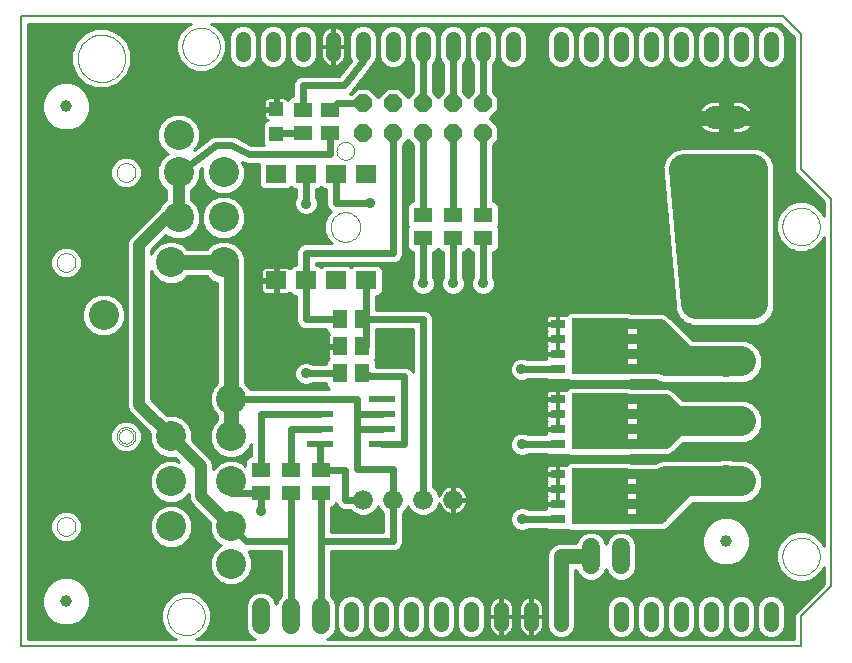
<source format=gtl>
G75*
G70*
%OFA0B0*%
%FSLAX24Y24*%
%IPPOS*%
%LPD*%
%AMOC8*
5,1,8,0,0,1.08239X$1,22.5*
%
%ADD10C,0.0000*%
%ADD11C,0.1000*%
%ADD12C,0.0780*%
%ADD13R,0.0512X0.0295*%
%ADD14R,0.1850X0.1890*%
%ADD15R,0.0870X0.0240*%
%ADD16R,0.0700X0.0600*%
%ADD17C,0.0660*%
%ADD18R,0.0512X0.0630*%
%ADD19R,0.0512X0.0591*%
%ADD20C,0.0600*%
%ADD21R,0.0630X0.0512*%
%ADD22C,0.0050*%
%ADD23C,0.0515*%
%ADD24OC8,0.0600*%
%ADD25R,0.0591X0.0512*%
%ADD26R,0.0472X0.0472*%
%ADD27C,0.0394*%
%ADD28C,0.0100*%
%ADD29C,0.0356*%
%ADD30C,0.0500*%
%ADD31C,0.1000*%
%ADD32C,0.0320*%
%ADD33C,0.0240*%
%ADD34C,0.0400*%
D10*
X002370Y004500D02*
X002372Y004535D01*
X002378Y004570D01*
X002388Y004604D01*
X002401Y004637D01*
X002418Y004668D01*
X002439Y004696D01*
X002462Y004723D01*
X002489Y004746D01*
X002517Y004767D01*
X002548Y004784D01*
X002581Y004797D01*
X002615Y004807D01*
X002650Y004813D01*
X002685Y004815D01*
X002720Y004813D01*
X002755Y004807D01*
X002789Y004797D01*
X002822Y004784D01*
X002853Y004767D01*
X002881Y004746D01*
X002908Y004723D01*
X002931Y004696D01*
X002952Y004668D01*
X002969Y004637D01*
X002982Y004604D01*
X002992Y004570D01*
X002998Y004535D01*
X003000Y004500D01*
X002998Y004465D01*
X002992Y004430D01*
X002982Y004396D01*
X002969Y004363D01*
X002952Y004332D01*
X002931Y004304D01*
X002908Y004277D01*
X002881Y004254D01*
X002853Y004233D01*
X002822Y004216D01*
X002789Y004203D01*
X002755Y004193D01*
X002720Y004187D01*
X002685Y004185D01*
X002650Y004187D01*
X002615Y004193D01*
X002581Y004203D01*
X002548Y004216D01*
X002517Y004233D01*
X002489Y004254D01*
X002462Y004277D01*
X002439Y004304D01*
X002418Y004332D01*
X002401Y004363D01*
X002388Y004396D01*
X002378Y004430D01*
X002372Y004465D01*
X002370Y004500D01*
X002372Y004535D01*
X002378Y004570D01*
X002388Y004604D01*
X002401Y004637D01*
X002418Y004668D01*
X002439Y004696D01*
X002462Y004723D01*
X002489Y004746D01*
X002517Y004767D01*
X002548Y004784D01*
X002581Y004797D01*
X002615Y004807D01*
X002650Y004813D01*
X002685Y004815D01*
X002720Y004813D01*
X002755Y004807D01*
X002789Y004797D01*
X002822Y004784D01*
X002853Y004767D01*
X002881Y004746D01*
X002908Y004723D01*
X002931Y004696D01*
X002952Y004668D01*
X002969Y004637D01*
X002982Y004604D01*
X002992Y004570D01*
X002998Y004535D01*
X003000Y004500D01*
X002998Y004465D01*
X002992Y004430D01*
X002982Y004396D01*
X002969Y004363D01*
X002952Y004332D01*
X002931Y004304D01*
X002908Y004277D01*
X002881Y004254D01*
X002853Y004233D01*
X002822Y004216D01*
X002789Y004203D01*
X002755Y004193D01*
X002720Y004187D01*
X002685Y004185D01*
X002650Y004187D01*
X002615Y004193D01*
X002581Y004203D01*
X002548Y004216D01*
X002517Y004233D01*
X002489Y004254D01*
X002462Y004277D01*
X002439Y004304D01*
X002418Y004332D01*
X002401Y004363D01*
X002388Y004396D01*
X002378Y004430D01*
X002372Y004465D01*
X002370Y004500D01*
X004370Y007500D02*
X004372Y007535D01*
X004378Y007570D01*
X004388Y007604D01*
X004401Y007637D01*
X004418Y007668D01*
X004439Y007696D01*
X004462Y007723D01*
X004489Y007746D01*
X004517Y007767D01*
X004548Y007784D01*
X004581Y007797D01*
X004615Y007807D01*
X004650Y007813D01*
X004685Y007815D01*
X004720Y007813D01*
X004755Y007807D01*
X004789Y007797D01*
X004822Y007784D01*
X004853Y007767D01*
X004881Y007746D01*
X004908Y007723D01*
X004931Y007696D01*
X004952Y007668D01*
X004969Y007637D01*
X004982Y007604D01*
X004992Y007570D01*
X004998Y007535D01*
X005000Y007500D01*
X004998Y007465D01*
X004992Y007430D01*
X004982Y007396D01*
X004969Y007363D01*
X004952Y007332D01*
X004931Y007304D01*
X004908Y007277D01*
X004881Y007254D01*
X004853Y007233D01*
X004822Y007216D01*
X004789Y007203D01*
X004755Y007193D01*
X004720Y007187D01*
X004685Y007185D01*
X004650Y007187D01*
X004615Y007193D01*
X004581Y007203D01*
X004548Y007216D01*
X004517Y007233D01*
X004489Y007254D01*
X004462Y007277D01*
X004439Y007304D01*
X004418Y007332D01*
X004401Y007363D01*
X004388Y007396D01*
X004378Y007430D01*
X004372Y007465D01*
X004370Y007500D01*
X004449Y007500D02*
X004451Y007530D01*
X004457Y007560D01*
X004466Y007589D01*
X004479Y007616D01*
X004496Y007641D01*
X004515Y007664D01*
X004538Y007685D01*
X004563Y007702D01*
X004589Y007716D01*
X004618Y007726D01*
X004647Y007733D01*
X004677Y007736D01*
X004708Y007735D01*
X004738Y007730D01*
X004767Y007721D01*
X004794Y007709D01*
X004820Y007694D01*
X004844Y007675D01*
X004865Y007653D01*
X004883Y007629D01*
X004898Y007602D01*
X004909Y007574D01*
X004917Y007545D01*
X004921Y007515D01*
X004921Y007485D01*
X004917Y007455D01*
X004909Y007426D01*
X004898Y007398D01*
X004883Y007371D01*
X004865Y007347D01*
X004844Y007325D01*
X004820Y007306D01*
X004794Y007291D01*
X004767Y007279D01*
X004738Y007270D01*
X004708Y007265D01*
X004677Y007264D01*
X004647Y007267D01*
X004618Y007274D01*
X004589Y007284D01*
X004563Y007298D01*
X004538Y007315D01*
X004515Y007336D01*
X004496Y007359D01*
X004479Y007384D01*
X004466Y007411D01*
X004457Y007440D01*
X004451Y007470D01*
X004449Y007500D01*
X002370Y013300D02*
X002372Y013335D01*
X002378Y013370D01*
X002388Y013404D01*
X002401Y013437D01*
X002418Y013468D01*
X002439Y013496D01*
X002462Y013523D01*
X002489Y013546D01*
X002517Y013567D01*
X002548Y013584D01*
X002581Y013597D01*
X002615Y013607D01*
X002650Y013613D01*
X002685Y013615D01*
X002720Y013613D01*
X002755Y013607D01*
X002789Y013597D01*
X002822Y013584D01*
X002853Y013567D01*
X002881Y013546D01*
X002908Y013523D01*
X002931Y013496D01*
X002952Y013468D01*
X002969Y013437D01*
X002982Y013404D01*
X002992Y013370D01*
X002998Y013335D01*
X003000Y013300D01*
X002998Y013265D01*
X002992Y013230D01*
X002982Y013196D01*
X002969Y013163D01*
X002952Y013132D01*
X002931Y013104D01*
X002908Y013077D01*
X002881Y013054D01*
X002853Y013033D01*
X002822Y013016D01*
X002789Y013003D01*
X002755Y012993D01*
X002720Y012987D01*
X002685Y012985D01*
X002650Y012987D01*
X002615Y012993D01*
X002581Y013003D01*
X002548Y013016D01*
X002517Y013033D01*
X002489Y013054D01*
X002462Y013077D01*
X002439Y013104D01*
X002418Y013132D01*
X002401Y013163D01*
X002388Y013196D01*
X002378Y013230D01*
X002372Y013265D01*
X002370Y013300D01*
X002372Y013335D01*
X002378Y013370D01*
X002388Y013404D01*
X002401Y013437D01*
X002418Y013468D01*
X002439Y013496D01*
X002462Y013523D01*
X002489Y013546D01*
X002517Y013567D01*
X002548Y013584D01*
X002581Y013597D01*
X002615Y013607D01*
X002650Y013613D01*
X002685Y013615D01*
X002720Y013613D01*
X002755Y013607D01*
X002789Y013597D01*
X002822Y013584D01*
X002853Y013567D01*
X002881Y013546D01*
X002908Y013523D01*
X002931Y013496D01*
X002952Y013468D01*
X002969Y013437D01*
X002982Y013404D01*
X002992Y013370D01*
X002998Y013335D01*
X003000Y013300D01*
X002998Y013265D01*
X002992Y013230D01*
X002982Y013196D01*
X002969Y013163D01*
X002952Y013132D01*
X002931Y013104D01*
X002908Y013077D01*
X002881Y013054D01*
X002853Y013033D01*
X002822Y013016D01*
X002789Y013003D01*
X002755Y012993D01*
X002720Y012987D01*
X002685Y012985D01*
X002650Y012987D01*
X002615Y012993D01*
X002581Y013003D01*
X002548Y013016D01*
X002517Y013033D01*
X002489Y013054D01*
X002462Y013077D01*
X002439Y013104D01*
X002418Y013132D01*
X002401Y013163D01*
X002388Y013196D01*
X002378Y013230D01*
X002372Y013265D01*
X002370Y013300D01*
X004370Y016300D02*
X004372Y016335D01*
X004378Y016370D01*
X004388Y016404D01*
X004401Y016437D01*
X004418Y016468D01*
X004439Y016496D01*
X004462Y016523D01*
X004489Y016546D01*
X004517Y016567D01*
X004548Y016584D01*
X004581Y016597D01*
X004615Y016607D01*
X004650Y016613D01*
X004685Y016615D01*
X004720Y016613D01*
X004755Y016607D01*
X004789Y016597D01*
X004822Y016584D01*
X004853Y016567D01*
X004881Y016546D01*
X004908Y016523D01*
X004931Y016496D01*
X004952Y016468D01*
X004969Y016437D01*
X004982Y016404D01*
X004992Y016370D01*
X004998Y016335D01*
X005000Y016300D01*
X004998Y016265D01*
X004992Y016230D01*
X004982Y016196D01*
X004969Y016163D01*
X004952Y016132D01*
X004931Y016104D01*
X004908Y016077D01*
X004881Y016054D01*
X004853Y016033D01*
X004822Y016016D01*
X004789Y016003D01*
X004755Y015993D01*
X004720Y015987D01*
X004685Y015985D01*
X004650Y015987D01*
X004615Y015993D01*
X004581Y016003D01*
X004548Y016016D01*
X004517Y016033D01*
X004489Y016054D01*
X004462Y016077D01*
X004439Y016104D01*
X004418Y016132D01*
X004401Y016163D01*
X004388Y016196D01*
X004378Y016230D01*
X004372Y016265D01*
X004370Y016300D01*
X004372Y016335D01*
X004378Y016370D01*
X004388Y016404D01*
X004401Y016437D01*
X004418Y016468D01*
X004439Y016496D01*
X004462Y016523D01*
X004489Y016546D01*
X004517Y016567D01*
X004548Y016584D01*
X004581Y016597D01*
X004615Y016607D01*
X004650Y016613D01*
X004685Y016615D01*
X004720Y016613D01*
X004755Y016607D01*
X004789Y016597D01*
X004822Y016584D01*
X004853Y016567D01*
X004881Y016546D01*
X004908Y016523D01*
X004931Y016496D01*
X004952Y016468D01*
X004969Y016437D01*
X004982Y016404D01*
X004992Y016370D01*
X004998Y016335D01*
X005000Y016300D01*
X004998Y016265D01*
X004992Y016230D01*
X004982Y016196D01*
X004969Y016163D01*
X004952Y016132D01*
X004931Y016104D01*
X004908Y016077D01*
X004881Y016054D01*
X004853Y016033D01*
X004822Y016016D01*
X004789Y016003D01*
X004755Y015993D01*
X004720Y015987D01*
X004685Y015985D01*
X004650Y015987D01*
X004615Y015993D01*
X004581Y016003D01*
X004548Y016016D01*
X004517Y016033D01*
X004489Y016054D01*
X004462Y016077D01*
X004439Y016104D01*
X004418Y016132D01*
X004401Y016163D01*
X004388Y016196D01*
X004378Y016230D01*
X004372Y016265D01*
X004370Y016300D01*
X003075Y020102D02*
X003077Y020158D01*
X003083Y020213D01*
X003093Y020267D01*
X003106Y020321D01*
X003124Y020374D01*
X003145Y020425D01*
X003169Y020475D01*
X003197Y020523D01*
X003229Y020569D01*
X003263Y020613D01*
X003301Y020654D01*
X003341Y020692D01*
X003384Y020727D01*
X003429Y020759D01*
X003477Y020788D01*
X003526Y020814D01*
X003577Y020836D01*
X003629Y020854D01*
X003683Y020868D01*
X003738Y020879D01*
X003793Y020886D01*
X003848Y020889D01*
X003904Y020888D01*
X003959Y020883D01*
X004014Y020874D01*
X004068Y020862D01*
X004121Y020845D01*
X004173Y020825D01*
X004223Y020801D01*
X004271Y020774D01*
X004318Y020744D01*
X004362Y020710D01*
X004404Y020673D01*
X004442Y020633D01*
X004479Y020591D01*
X004512Y020546D01*
X004541Y020500D01*
X004568Y020451D01*
X004590Y020400D01*
X004610Y020348D01*
X004625Y020294D01*
X004637Y020240D01*
X004645Y020185D01*
X004649Y020130D01*
X004649Y020074D01*
X004645Y020019D01*
X004637Y019964D01*
X004625Y019910D01*
X004610Y019856D01*
X004590Y019804D01*
X004568Y019753D01*
X004541Y019704D01*
X004512Y019658D01*
X004479Y019613D01*
X004442Y019571D01*
X004404Y019531D01*
X004362Y019494D01*
X004318Y019460D01*
X004271Y019430D01*
X004223Y019403D01*
X004173Y019379D01*
X004121Y019359D01*
X004068Y019342D01*
X004014Y019330D01*
X003959Y019321D01*
X003904Y019316D01*
X003848Y019315D01*
X003793Y019318D01*
X003738Y019325D01*
X003683Y019336D01*
X003629Y019350D01*
X003577Y019368D01*
X003526Y019390D01*
X003477Y019416D01*
X003429Y019445D01*
X003384Y019477D01*
X003341Y019512D01*
X003301Y019550D01*
X003263Y019591D01*
X003229Y019635D01*
X003197Y019681D01*
X003169Y019729D01*
X003145Y019779D01*
X003124Y019830D01*
X003106Y019883D01*
X003093Y019937D01*
X003083Y019991D01*
X003077Y020046D01*
X003075Y020102D01*
X006560Y020500D02*
X006562Y020550D01*
X006568Y020599D01*
X006578Y020648D01*
X006591Y020695D01*
X006609Y020742D01*
X006630Y020787D01*
X006654Y020830D01*
X006682Y020871D01*
X006713Y020910D01*
X006747Y020946D01*
X006784Y020980D01*
X006824Y021010D01*
X006865Y021037D01*
X006909Y021061D01*
X006954Y021081D01*
X007001Y021097D01*
X007049Y021110D01*
X007098Y021119D01*
X007148Y021124D01*
X007197Y021125D01*
X007247Y021122D01*
X007296Y021115D01*
X007345Y021104D01*
X007392Y021090D01*
X007438Y021071D01*
X007483Y021049D01*
X007526Y021024D01*
X007566Y020995D01*
X007604Y020963D01*
X007640Y020929D01*
X007673Y020891D01*
X007702Y020851D01*
X007728Y020809D01*
X007751Y020765D01*
X007770Y020719D01*
X007786Y020672D01*
X007798Y020623D01*
X007806Y020574D01*
X007810Y020525D01*
X007810Y020475D01*
X007806Y020426D01*
X007798Y020377D01*
X007786Y020328D01*
X007770Y020281D01*
X007751Y020235D01*
X007728Y020191D01*
X007702Y020149D01*
X007673Y020109D01*
X007640Y020071D01*
X007604Y020037D01*
X007566Y020005D01*
X007526Y019976D01*
X007483Y019951D01*
X007438Y019929D01*
X007392Y019910D01*
X007345Y019896D01*
X007296Y019885D01*
X007247Y019878D01*
X007197Y019875D01*
X007148Y019876D01*
X007098Y019881D01*
X007049Y019890D01*
X007001Y019903D01*
X006954Y019919D01*
X006909Y019939D01*
X006865Y019963D01*
X006824Y019990D01*
X006784Y020020D01*
X006747Y020054D01*
X006713Y020090D01*
X006682Y020129D01*
X006654Y020170D01*
X006630Y020213D01*
X006609Y020258D01*
X006591Y020305D01*
X006578Y020352D01*
X006568Y020401D01*
X006562Y020450D01*
X006560Y020500D01*
X011700Y017020D02*
X011702Y017054D01*
X011708Y017088D01*
X011718Y017121D01*
X011731Y017152D01*
X011749Y017182D01*
X011769Y017210D01*
X011793Y017235D01*
X011819Y017257D01*
X011847Y017275D01*
X011878Y017291D01*
X011910Y017303D01*
X011944Y017311D01*
X011978Y017315D01*
X012012Y017315D01*
X012046Y017311D01*
X012080Y017303D01*
X012112Y017291D01*
X012142Y017275D01*
X012171Y017257D01*
X012197Y017235D01*
X012221Y017210D01*
X012241Y017182D01*
X012259Y017152D01*
X012272Y017121D01*
X012282Y017088D01*
X012288Y017054D01*
X012290Y017020D01*
X012288Y016986D01*
X012282Y016952D01*
X012272Y016919D01*
X012259Y016888D01*
X012241Y016858D01*
X012221Y016830D01*
X012197Y016805D01*
X012171Y016783D01*
X012143Y016765D01*
X012112Y016749D01*
X012080Y016737D01*
X012046Y016729D01*
X012012Y016725D01*
X011978Y016725D01*
X011944Y016729D01*
X011910Y016737D01*
X011878Y016749D01*
X011847Y016765D01*
X011819Y016783D01*
X011793Y016805D01*
X011769Y016830D01*
X011749Y016858D01*
X011731Y016888D01*
X011718Y016919D01*
X011708Y016952D01*
X011702Y016986D01*
X011700Y017020D01*
X011503Y014480D02*
X011505Y014524D01*
X011511Y014568D01*
X011521Y014611D01*
X011534Y014653D01*
X011552Y014693D01*
X011573Y014732D01*
X011597Y014769D01*
X011624Y014804D01*
X011655Y014836D01*
X011688Y014865D01*
X011724Y014891D01*
X011762Y014913D01*
X011802Y014932D01*
X011843Y014948D01*
X011886Y014960D01*
X011929Y014968D01*
X011973Y014972D01*
X012017Y014972D01*
X012061Y014968D01*
X012104Y014960D01*
X012147Y014948D01*
X012188Y014932D01*
X012228Y014913D01*
X012266Y014891D01*
X012302Y014865D01*
X012335Y014836D01*
X012366Y014804D01*
X012393Y014769D01*
X012417Y014732D01*
X012438Y014693D01*
X012456Y014653D01*
X012469Y014611D01*
X012479Y014568D01*
X012485Y014524D01*
X012487Y014480D01*
X012485Y014436D01*
X012479Y014392D01*
X012469Y014349D01*
X012456Y014307D01*
X012438Y014267D01*
X012417Y014228D01*
X012393Y014191D01*
X012366Y014156D01*
X012335Y014124D01*
X012302Y014095D01*
X012266Y014069D01*
X012228Y014047D01*
X012188Y014028D01*
X012147Y014012D01*
X012104Y014000D01*
X012061Y013992D01*
X012017Y013988D01*
X011973Y013988D01*
X011929Y013992D01*
X011886Y014000D01*
X011843Y014012D01*
X011802Y014028D01*
X011762Y014047D01*
X011724Y014069D01*
X011688Y014095D01*
X011655Y014124D01*
X011624Y014156D01*
X011597Y014191D01*
X011573Y014228D01*
X011552Y014267D01*
X011534Y014307D01*
X011521Y014349D01*
X011511Y014392D01*
X011505Y014436D01*
X011503Y014480D01*
X023783Y015000D02*
X023785Y015044D01*
X023791Y015088D01*
X023801Y015131D01*
X023814Y015173D01*
X023832Y015213D01*
X023853Y015252D01*
X023877Y015289D01*
X023904Y015324D01*
X023935Y015356D01*
X023968Y015385D01*
X024004Y015411D01*
X024042Y015433D01*
X024082Y015452D01*
X024123Y015468D01*
X024166Y015480D01*
X024209Y015488D01*
X024253Y015492D01*
X024297Y015492D01*
X024341Y015488D01*
X024384Y015480D01*
X024427Y015468D01*
X024468Y015452D01*
X024508Y015433D01*
X024546Y015411D01*
X024582Y015385D01*
X024615Y015356D01*
X024646Y015324D01*
X024673Y015289D01*
X024697Y015252D01*
X024718Y015213D01*
X024736Y015173D01*
X024749Y015131D01*
X024759Y015088D01*
X024765Y015044D01*
X024767Y015000D01*
X024765Y014956D01*
X024759Y014912D01*
X024749Y014869D01*
X024736Y014827D01*
X024718Y014787D01*
X024697Y014748D01*
X024673Y014711D01*
X024646Y014676D01*
X024615Y014644D01*
X024582Y014615D01*
X024546Y014589D01*
X024508Y014567D01*
X024468Y014548D01*
X024427Y014532D01*
X024384Y014520D01*
X024341Y014512D01*
X024297Y014508D01*
X024253Y014508D01*
X024209Y014512D01*
X024166Y014520D01*
X024123Y014532D01*
X024082Y014548D01*
X024042Y014567D01*
X024004Y014589D01*
X023968Y014615D01*
X023935Y014644D01*
X023904Y014676D01*
X023877Y014711D01*
X023853Y014748D01*
X023832Y014787D01*
X023814Y014827D01*
X023801Y014869D01*
X023791Y014912D01*
X023785Y014956D01*
X023783Y015000D01*
X026560Y014500D02*
X026562Y014550D01*
X026568Y014599D01*
X026578Y014648D01*
X026591Y014695D01*
X026609Y014742D01*
X026630Y014787D01*
X026654Y014830D01*
X026682Y014871D01*
X026713Y014910D01*
X026747Y014946D01*
X026784Y014980D01*
X026824Y015010D01*
X026865Y015037D01*
X026909Y015061D01*
X026954Y015081D01*
X027001Y015097D01*
X027049Y015110D01*
X027098Y015119D01*
X027148Y015124D01*
X027197Y015125D01*
X027247Y015122D01*
X027296Y015115D01*
X027345Y015104D01*
X027392Y015090D01*
X027438Y015071D01*
X027483Y015049D01*
X027526Y015024D01*
X027566Y014995D01*
X027604Y014963D01*
X027640Y014929D01*
X027673Y014891D01*
X027702Y014851D01*
X027728Y014809D01*
X027751Y014765D01*
X027770Y014719D01*
X027786Y014672D01*
X027798Y014623D01*
X027806Y014574D01*
X027810Y014525D01*
X027810Y014475D01*
X027806Y014426D01*
X027798Y014377D01*
X027786Y014328D01*
X027770Y014281D01*
X027751Y014235D01*
X027728Y014191D01*
X027702Y014149D01*
X027673Y014109D01*
X027640Y014071D01*
X027604Y014037D01*
X027566Y014005D01*
X027526Y013976D01*
X027483Y013951D01*
X027438Y013929D01*
X027392Y013910D01*
X027345Y013896D01*
X027296Y013885D01*
X027247Y013878D01*
X027197Y013875D01*
X027148Y013876D01*
X027098Y013881D01*
X027049Y013890D01*
X027001Y013903D01*
X026954Y013919D01*
X026909Y013939D01*
X026865Y013963D01*
X026824Y013990D01*
X026784Y014020D01*
X026747Y014054D01*
X026713Y014090D01*
X026682Y014129D01*
X026654Y014170D01*
X026630Y014213D01*
X026609Y014258D01*
X026591Y014305D01*
X026578Y014352D01*
X026568Y014401D01*
X026562Y014450D01*
X026560Y014500D01*
X026560Y003500D02*
X026562Y003550D01*
X026568Y003599D01*
X026578Y003648D01*
X026591Y003695D01*
X026609Y003742D01*
X026630Y003787D01*
X026654Y003830D01*
X026682Y003871D01*
X026713Y003910D01*
X026747Y003946D01*
X026784Y003980D01*
X026824Y004010D01*
X026865Y004037D01*
X026909Y004061D01*
X026954Y004081D01*
X027001Y004097D01*
X027049Y004110D01*
X027098Y004119D01*
X027148Y004124D01*
X027197Y004125D01*
X027247Y004122D01*
X027296Y004115D01*
X027345Y004104D01*
X027392Y004090D01*
X027438Y004071D01*
X027483Y004049D01*
X027526Y004024D01*
X027566Y003995D01*
X027604Y003963D01*
X027640Y003929D01*
X027673Y003891D01*
X027702Y003851D01*
X027728Y003809D01*
X027751Y003765D01*
X027770Y003719D01*
X027786Y003672D01*
X027798Y003623D01*
X027806Y003574D01*
X027810Y003525D01*
X027810Y003475D01*
X027806Y003426D01*
X027798Y003377D01*
X027786Y003328D01*
X027770Y003281D01*
X027751Y003235D01*
X027728Y003191D01*
X027702Y003149D01*
X027673Y003109D01*
X027640Y003071D01*
X027604Y003037D01*
X027566Y003005D01*
X027526Y002976D01*
X027483Y002951D01*
X027438Y002929D01*
X027392Y002910D01*
X027345Y002896D01*
X027296Y002885D01*
X027247Y002878D01*
X027197Y002875D01*
X027148Y002876D01*
X027098Y002881D01*
X027049Y002890D01*
X027001Y002903D01*
X026954Y002919D01*
X026909Y002939D01*
X026865Y002963D01*
X026824Y002990D01*
X026784Y003020D01*
X026747Y003054D01*
X026713Y003090D01*
X026682Y003129D01*
X026654Y003170D01*
X026630Y003213D01*
X026609Y003258D01*
X026591Y003305D01*
X026578Y003352D01*
X026568Y003401D01*
X026562Y003450D01*
X026560Y003500D01*
X006060Y001500D02*
X006062Y001550D01*
X006068Y001599D01*
X006078Y001648D01*
X006091Y001695D01*
X006109Y001742D01*
X006130Y001787D01*
X006154Y001830D01*
X006182Y001871D01*
X006213Y001910D01*
X006247Y001946D01*
X006284Y001980D01*
X006324Y002010D01*
X006365Y002037D01*
X006409Y002061D01*
X006454Y002081D01*
X006501Y002097D01*
X006549Y002110D01*
X006598Y002119D01*
X006648Y002124D01*
X006697Y002125D01*
X006747Y002122D01*
X006796Y002115D01*
X006845Y002104D01*
X006892Y002090D01*
X006938Y002071D01*
X006983Y002049D01*
X007026Y002024D01*
X007066Y001995D01*
X007104Y001963D01*
X007140Y001929D01*
X007173Y001891D01*
X007202Y001851D01*
X007228Y001809D01*
X007251Y001765D01*
X007270Y001719D01*
X007286Y001672D01*
X007298Y001623D01*
X007306Y001574D01*
X007310Y001525D01*
X007310Y001475D01*
X007306Y001426D01*
X007298Y001377D01*
X007286Y001328D01*
X007270Y001281D01*
X007251Y001235D01*
X007228Y001191D01*
X007202Y001149D01*
X007173Y001109D01*
X007140Y001071D01*
X007104Y001037D01*
X007066Y001005D01*
X007026Y000976D01*
X006983Y000951D01*
X006938Y000929D01*
X006892Y000910D01*
X006845Y000896D01*
X006796Y000885D01*
X006747Y000878D01*
X006697Y000875D01*
X006648Y000876D01*
X006598Y000881D01*
X006549Y000890D01*
X006501Y000903D01*
X006454Y000919D01*
X006409Y000939D01*
X006365Y000963D01*
X006324Y000990D01*
X006284Y001020D01*
X006247Y001054D01*
X006213Y001090D01*
X006182Y001129D01*
X006154Y001170D01*
X006130Y001213D01*
X006109Y001258D01*
X006091Y001305D01*
X006078Y001352D01*
X006068Y001401D01*
X006062Y001450D01*
X006060Y001500D01*
D11*
X008185Y003252D03*
X008185Y004500D03*
X008185Y006000D03*
X008185Y006000D03*
X008185Y007500D03*
X008185Y008748D03*
X006185Y007500D03*
X006185Y006000D03*
X006185Y006000D03*
X006185Y004500D03*
X003935Y011552D03*
X006185Y013300D03*
X006435Y014800D03*
X007935Y014800D03*
X007935Y014800D03*
X007935Y013300D03*
X007935Y016300D03*
X006435Y016300D03*
X006435Y017550D03*
D12*
X024275Y018140D02*
X025055Y018140D01*
X025055Y016170D02*
X024275Y016170D01*
X024295Y011950D02*
X025075Y011950D01*
X025075Y009990D02*
X024295Y009990D01*
X024295Y008010D02*
X025075Y008010D01*
X025075Y006050D02*
X024295Y006050D01*
D13*
X021297Y006250D03*
X021297Y005750D03*
X021297Y005250D03*
X021297Y004750D03*
X019073Y004750D03*
X019073Y005250D03*
X019073Y005750D03*
X019073Y006250D03*
X019073Y007250D03*
X019073Y007750D03*
X019073Y008250D03*
X019073Y008750D03*
X019073Y009750D03*
X019073Y010250D03*
X019073Y010750D03*
X019073Y011250D03*
X021297Y011250D03*
X021297Y010750D03*
X021297Y010250D03*
X021297Y009750D03*
X021297Y008750D03*
X021297Y008250D03*
X021297Y007750D03*
X021297Y007250D03*
D14*
X020470Y008000D03*
X020470Y005500D03*
X020470Y010500D03*
D15*
X013215Y008750D03*
X013215Y008250D03*
X013215Y007750D03*
X013215Y007250D03*
X011155Y007250D03*
X011155Y007750D03*
X011155Y008250D03*
X011155Y008750D03*
D16*
X010685Y012700D03*
X009685Y012700D03*
X011685Y012700D03*
X012685Y012700D03*
X012685Y016250D03*
X011685Y016250D03*
X010685Y016250D03*
X009685Y016250D03*
D17*
X012585Y005394D03*
X013585Y005394D03*
X014585Y005394D03*
X015585Y005394D03*
D18*
X012559Y009600D03*
X011811Y009600D03*
D19*
X011811Y010500D03*
X012559Y010500D03*
X012559Y011400D03*
X011811Y011400D03*
D20*
X020185Y003800D02*
X020185Y003200D01*
X021185Y003200D02*
X021185Y003800D01*
X011185Y001800D02*
X011185Y001200D01*
X010185Y001200D02*
X010185Y001800D01*
X009185Y001800D02*
X009185Y001200D01*
D21*
X009185Y005626D03*
X010185Y005626D03*
X010185Y006374D03*
X009185Y006374D03*
X014585Y014126D03*
X014585Y014874D03*
X015585Y014874D03*
X015585Y014126D03*
X016585Y014126D03*
X016585Y014874D03*
X011485Y017626D03*
X011485Y018374D03*
X010585Y018374D03*
X010585Y017626D03*
D22*
X001185Y021500D02*
X001185Y000500D01*
X027185Y000500D01*
X027185Y001500D01*
X028185Y002500D01*
X028185Y015400D01*
X027185Y016400D01*
X027185Y020900D01*
X026585Y021500D01*
X001185Y021500D01*
D23*
X008585Y020757D02*
X008585Y020243D01*
X009585Y020243D02*
X009585Y020757D01*
X010585Y020757D02*
X010585Y020243D01*
X011585Y020243D02*
X011585Y020757D01*
X012585Y020757D02*
X012585Y020243D01*
X013585Y020243D02*
X013585Y020757D01*
X014585Y020757D02*
X014585Y020243D01*
X015585Y020243D02*
X015585Y020757D01*
X016585Y020757D02*
X016585Y020243D01*
X017585Y020243D02*
X017585Y020757D01*
X019185Y020757D02*
X019185Y020243D01*
X020185Y020243D02*
X020185Y020757D01*
X021185Y020757D02*
X021185Y020243D01*
X022185Y020243D02*
X022185Y020757D01*
X023185Y020757D02*
X023185Y020243D01*
X024185Y020243D02*
X024185Y020757D01*
X025185Y020757D02*
X025185Y020243D01*
X026185Y020243D02*
X026185Y020757D01*
X026185Y001757D02*
X026185Y001243D01*
X025185Y001243D02*
X025185Y001757D01*
X024185Y001757D02*
X024185Y001243D01*
X023185Y001243D02*
X023185Y001757D01*
X022185Y001757D02*
X022185Y001243D01*
X021185Y001243D02*
X021185Y001757D01*
X019185Y001757D02*
X019185Y001243D01*
X018185Y001243D02*
X018185Y001757D01*
X017185Y001757D02*
X017185Y001243D01*
X016185Y001243D02*
X016185Y001757D01*
X015185Y001757D02*
X015185Y001243D01*
X014185Y001243D02*
X014185Y001757D01*
X013185Y001757D02*
X013185Y001243D01*
X012185Y001243D02*
X012185Y001757D01*
D24*
X012585Y017600D03*
X013585Y017600D03*
X013585Y018600D03*
X012585Y018600D03*
X014585Y018600D03*
X014585Y017600D03*
X015585Y017600D03*
X016585Y017600D03*
X016585Y018600D03*
X015585Y018600D03*
D25*
X011185Y006374D03*
X011185Y005626D03*
D26*
X009685Y017587D03*
X009685Y018413D03*
D27*
X002685Y018500D03*
X002685Y002000D03*
X024685Y004000D03*
D28*
X025410Y004342D02*
X027950Y004342D01*
X027950Y004440D02*
X025369Y004440D01*
X025364Y004453D02*
X025138Y004679D01*
X024844Y004801D01*
X024526Y004801D01*
X024232Y004679D01*
X024006Y004453D01*
X023884Y004159D01*
X023884Y003841D01*
X024006Y003547D01*
X024232Y003321D01*
X024526Y003199D01*
X024844Y003199D01*
X025138Y003321D01*
X025364Y003547D01*
X025486Y003841D01*
X025486Y004159D01*
X025364Y004453D01*
X025279Y004539D02*
X027950Y004539D01*
X027950Y004637D02*
X025180Y004637D01*
X025001Y004736D02*
X027950Y004736D01*
X027950Y004834D02*
X023124Y004834D01*
X023028Y004736D02*
X024369Y004736D01*
X024190Y004637D02*
X022932Y004637D01*
X022840Y004543D02*
X023569Y005290D01*
X025326Y005290D01*
X025587Y005398D01*
X025787Y005598D01*
X025895Y005859D01*
X025895Y006141D01*
X025787Y006402D01*
X025587Y006602D01*
X025326Y006710D01*
X024947Y006710D01*
X024826Y006760D01*
X024544Y006760D01*
X024423Y006710D01*
X022544Y006710D01*
X022326Y006620D01*
X021517Y006620D01*
X021483Y006655D01*
X019458Y006655D01*
X019350Y006547D01*
X019348Y006548D01*
X019097Y006548D01*
X019097Y006274D01*
X019049Y006274D01*
X019049Y006548D01*
X018797Y006548D01*
X018759Y006537D01*
X018725Y006518D01*
X018697Y006490D01*
X018677Y006456D01*
X018667Y006417D01*
X018667Y006274D01*
X019049Y006274D01*
X019049Y006226D01*
X019097Y006226D01*
X019097Y005774D01*
X019049Y005774D01*
X019049Y005952D01*
X019049Y006226D01*
X018667Y006226D01*
X018667Y006083D01*
X018677Y006044D01*
X018697Y006010D01*
X018707Y006000D01*
X018697Y005990D01*
X018677Y005956D01*
X018667Y005917D01*
X018667Y005774D01*
X019049Y005774D01*
X019049Y005726D01*
X019097Y005726D01*
X019097Y005274D01*
X019049Y005274D01*
X019049Y005548D01*
X019049Y005726D01*
X018667Y005726D01*
X018667Y005583D01*
X018677Y005544D01*
X018697Y005510D01*
X018707Y005500D01*
X018697Y005490D01*
X018677Y005456D01*
X018667Y005417D01*
X018667Y005274D01*
X019049Y005274D01*
X019049Y005226D01*
X018667Y005226D01*
X018667Y005083D01*
X018668Y005080D01*
X018102Y005080D01*
X017962Y005138D01*
X017808Y005138D01*
X017665Y005079D01*
X017556Y004970D01*
X017497Y004827D01*
X017497Y004673D01*
X017556Y004530D01*
X017665Y004421D01*
X017808Y004362D01*
X017962Y004362D01*
X018102Y004420D01*
X018702Y004420D01*
X018730Y004392D01*
X019411Y004392D01*
X019458Y004345D01*
X021483Y004345D01*
X021517Y004380D01*
X022454Y004380D01*
X022456Y004379D01*
X022527Y004380D01*
X022599Y004380D01*
X022601Y004381D01*
X022603Y004381D01*
X022669Y004409D01*
X022735Y004436D01*
X022736Y004438D01*
X022738Y004439D01*
X022788Y004490D01*
X022839Y004540D01*
X022840Y004543D01*
X022837Y004539D02*
X024091Y004539D01*
X024001Y004440D02*
X022739Y004440D01*
X023220Y004933D02*
X027950Y004933D01*
X027950Y005031D02*
X023316Y005031D01*
X023412Y005130D02*
X027950Y005130D01*
X027950Y005228D02*
X023509Y005228D01*
X023960Y004342D02*
X013915Y004342D01*
X013915Y004440D02*
X017646Y004440D01*
X017553Y004539D02*
X013915Y004539D01*
X013915Y004637D02*
X017512Y004637D01*
X017497Y004736D02*
X013915Y004736D01*
X013915Y004834D02*
X017500Y004834D01*
X017541Y004933D02*
X015719Y004933D01*
X015697Y004926D02*
X015769Y004949D01*
X015837Y004983D01*
X015898Y005028D01*
X015951Y005081D01*
X015996Y005142D01*
X016030Y005209D01*
X016053Y005281D01*
X016065Y005356D01*
X016065Y005365D01*
X015614Y005365D01*
X015614Y005422D01*
X016065Y005422D01*
X016065Y005431D01*
X016053Y005506D01*
X016030Y005578D01*
X015996Y005645D01*
X015951Y005706D01*
X015898Y005760D01*
X015837Y005804D01*
X015769Y005839D01*
X015697Y005862D01*
X015623Y005874D01*
X015614Y005874D01*
X015614Y005422D01*
X015556Y005422D01*
X015556Y005874D01*
X015547Y005874D01*
X015473Y005862D01*
X015401Y005839D01*
X015333Y005804D01*
X015272Y005760D01*
X015219Y005706D01*
X015174Y005645D01*
X015140Y005578D01*
X015120Y005514D01*
X015043Y005700D01*
X014915Y005827D01*
X014915Y011466D01*
X014865Y011587D01*
X014772Y011680D01*
X014651Y011730D01*
X013025Y011730D01*
X013025Y011782D01*
X013015Y011792D01*
X013015Y012190D01*
X013122Y012190D01*
X013245Y012313D01*
X013245Y013087D01*
X013122Y013210D01*
X012248Y013210D01*
X012185Y013147D01*
X012122Y013210D01*
X011248Y013210D01*
X011185Y013147D01*
X011122Y013210D01*
X011015Y013210D01*
X011015Y013276D01*
X013519Y013276D01*
X013651Y013276D01*
X013772Y013327D01*
X013865Y013419D01*
X013915Y013541D01*
X013915Y017209D01*
X014085Y017379D01*
X014255Y017209D01*
X014255Y015340D01*
X014183Y015340D01*
X014060Y015217D01*
X014060Y014531D01*
X014091Y014500D01*
X014060Y014469D01*
X014060Y013783D01*
X014183Y013660D01*
X014255Y013660D01*
X014255Y012817D01*
X014197Y012677D01*
X014197Y012523D01*
X014256Y012380D01*
X014365Y012271D01*
X014508Y012212D01*
X014662Y012212D01*
X014805Y012271D01*
X014914Y012380D01*
X014973Y012523D01*
X014973Y012677D01*
X014915Y012817D01*
X014915Y013660D01*
X014987Y013660D01*
X015085Y013758D01*
X015183Y013660D01*
X015255Y013660D01*
X015255Y012817D01*
X015197Y012677D01*
X015197Y012523D01*
X015256Y012380D01*
X015365Y012271D01*
X015508Y012212D01*
X015662Y012212D01*
X015805Y012271D01*
X015914Y012380D01*
X015973Y012523D01*
X015973Y012677D01*
X015915Y012817D01*
X015915Y013660D01*
X015987Y013660D01*
X016085Y013758D01*
X016183Y013660D01*
X016255Y013660D01*
X016255Y012817D01*
X016197Y012677D01*
X016197Y012523D01*
X016256Y012380D01*
X016365Y012271D01*
X016508Y012212D01*
X016662Y012212D01*
X016805Y012271D01*
X016914Y012380D01*
X016973Y012523D01*
X016973Y012677D01*
X016915Y012817D01*
X016915Y013660D01*
X016987Y013660D01*
X017110Y013783D01*
X017110Y014469D01*
X017079Y014500D01*
X017110Y014531D01*
X017110Y015217D01*
X016987Y015340D01*
X016915Y015340D01*
X016915Y017209D01*
X017095Y017389D01*
X017095Y017811D01*
X016806Y018100D01*
X017095Y018389D01*
X017095Y018811D01*
X016915Y018991D01*
X016915Y019911D01*
X016981Y019978D01*
X017052Y020150D01*
X017052Y020850D01*
X016981Y021022D01*
X016850Y021154D01*
X016678Y021225D01*
X016492Y021225D01*
X016320Y021154D01*
X016189Y021022D01*
X016118Y020850D01*
X016118Y020150D01*
X016189Y019978D01*
X016255Y019911D01*
X016255Y018991D01*
X016085Y018821D01*
X015915Y018991D01*
X015915Y019911D01*
X015981Y019978D01*
X016052Y020150D01*
X016052Y020850D01*
X015981Y021022D01*
X015850Y021154D01*
X015678Y021225D01*
X015492Y021225D01*
X015320Y021154D01*
X015189Y021022D01*
X015118Y020850D01*
X015118Y020150D01*
X015189Y019978D01*
X015255Y019911D01*
X015255Y018991D01*
X015085Y018821D01*
X014915Y018991D01*
X014915Y019911D01*
X014981Y019978D01*
X015052Y020150D01*
X015052Y020850D01*
X014981Y021022D01*
X014850Y021154D01*
X014678Y021225D01*
X014492Y021225D01*
X014320Y021154D01*
X014189Y021022D01*
X014118Y020850D01*
X014118Y020150D01*
X014189Y019978D01*
X014255Y019911D01*
X014255Y018991D01*
X014085Y018821D01*
X013796Y019110D01*
X013374Y019110D01*
X013085Y018821D01*
X012796Y019110D01*
X012374Y019110D01*
X012194Y018930D01*
X012156Y018930D01*
X012162Y018937D01*
X012182Y018948D01*
X012208Y018983D01*
X012239Y019013D01*
X012248Y019035D01*
X012834Y019809D01*
X012865Y019839D01*
X012874Y019860D01*
X012888Y019879D01*
X012889Y019886D01*
X012981Y019978D01*
X013052Y020150D01*
X013052Y020850D01*
X012981Y021022D01*
X012850Y021154D01*
X012678Y021225D01*
X012492Y021225D01*
X012320Y021154D01*
X012189Y021022D01*
X012118Y020850D01*
X012118Y020150D01*
X012169Y020024D01*
X011795Y019530D01*
X010519Y019530D01*
X010398Y019480D01*
X010305Y019387D01*
X010255Y019266D01*
X010255Y018840D01*
X010183Y018840D01*
X010060Y018717D01*
X010060Y018709D01*
X010041Y018742D01*
X010013Y018770D01*
X009979Y018789D01*
X009941Y018800D01*
X009735Y018800D01*
X009735Y018463D01*
X009635Y018463D01*
X009635Y018363D01*
X009299Y018363D01*
X009299Y018157D01*
X009309Y018119D01*
X009329Y018085D01*
X009357Y018057D01*
X009391Y018037D01*
X009408Y018033D01*
X009362Y018033D01*
X009239Y017910D01*
X009239Y017263D01*
X009272Y017230D01*
X008863Y017230D01*
X008380Y017471D01*
X008372Y017480D01*
X008322Y017500D01*
X008274Y017525D01*
X008262Y017525D01*
X008251Y017530D01*
X008197Y017530D01*
X008143Y017534D01*
X008131Y017530D01*
X007708Y017530D01*
X007667Y017536D01*
X007643Y017530D01*
X007619Y017530D01*
X007580Y017514D01*
X007540Y017503D01*
X007520Y017489D01*
X007498Y017480D01*
X007468Y017450D01*
X006951Y017062D01*
X007037Y017148D01*
X007145Y017409D01*
X007145Y017691D01*
X007037Y017952D01*
X006837Y018152D01*
X006576Y018260D01*
X006294Y018260D01*
X006033Y018152D01*
X005833Y017952D01*
X005725Y017691D01*
X005725Y017409D01*
X005833Y017148D01*
X006033Y016948D01*
X006089Y016925D01*
X006033Y016902D01*
X005833Y016702D01*
X005725Y016441D01*
X005725Y016159D01*
X005833Y015898D01*
X006025Y015706D01*
X006025Y015394D01*
X005833Y015202D01*
X005812Y015151D01*
X005804Y015148D01*
X004774Y014118D01*
X004712Y013967D01*
X004712Y008481D01*
X004774Y008331D01*
X005475Y007630D01*
X005475Y007359D01*
X005583Y007098D01*
X005783Y006898D01*
X006044Y006790D01*
X006315Y006790D01*
X006444Y006661D01*
X006326Y006710D01*
X006044Y006710D01*
X005783Y006602D01*
X005583Y006402D01*
X005475Y006141D01*
X005475Y005859D01*
X005583Y005598D01*
X005783Y005398D01*
X006044Y005290D01*
X006326Y005290D01*
X006587Y005398D01*
X006775Y005586D01*
X006775Y005418D01*
X006837Y005268D01*
X007475Y004630D01*
X007475Y004359D01*
X007583Y004098D01*
X007783Y003898D01*
X007836Y003876D01*
X007783Y003854D01*
X007583Y003654D01*
X007475Y003393D01*
X007475Y003111D01*
X007583Y002850D01*
X007783Y002650D01*
X008044Y002542D01*
X008326Y002542D01*
X008587Y002650D01*
X008787Y002850D01*
X008895Y003111D01*
X008895Y003393D01*
X008787Y003654D01*
X008771Y003670D01*
X009855Y003670D01*
X009855Y002191D01*
X009753Y002089D01*
X009685Y001926D01*
X009617Y002089D01*
X009474Y002232D01*
X009286Y002310D01*
X009084Y002310D01*
X008896Y002232D01*
X008753Y002089D01*
X008675Y001901D01*
X008675Y001099D01*
X008753Y000911D01*
X008896Y000768D01*
X008975Y000735D01*
X007020Y000735D01*
X007158Y000792D01*
X007393Y001027D01*
X007520Y001334D01*
X007520Y001666D01*
X007393Y001973D01*
X007158Y002208D01*
X006851Y002335D01*
X006519Y002335D01*
X006212Y002208D01*
X005977Y001973D01*
X005850Y001666D01*
X005850Y001334D01*
X005977Y001027D01*
X006212Y000792D01*
X006350Y000735D01*
X001420Y000735D01*
X001420Y021265D01*
X006850Y021265D01*
X006712Y021208D01*
X006477Y020973D01*
X006350Y020666D01*
X006350Y020334D01*
X006477Y020027D01*
X006712Y019792D01*
X007019Y019665D01*
X007351Y019665D01*
X007658Y019792D01*
X007893Y020027D01*
X008020Y020334D01*
X008020Y020666D01*
X007893Y020973D01*
X007658Y021208D01*
X007520Y021265D01*
X026488Y021265D01*
X026950Y020803D01*
X026950Y016303D01*
X027950Y015303D01*
X027950Y014835D01*
X027893Y014973D01*
X027658Y015208D01*
X027351Y015335D01*
X027019Y015335D01*
X026712Y015208D01*
X026477Y014973D01*
X026350Y014666D01*
X026350Y014334D01*
X026477Y014027D01*
X026712Y013792D01*
X027019Y013665D01*
X027351Y013665D01*
X027658Y013792D01*
X027893Y014027D01*
X027950Y014165D01*
X027950Y003835D01*
X027893Y003973D01*
X027658Y004208D01*
X027351Y004335D01*
X027019Y004335D01*
X026712Y004208D01*
X026477Y003973D01*
X026350Y003666D01*
X026350Y003334D01*
X026477Y003027D01*
X026712Y002792D01*
X027019Y002665D01*
X027351Y002665D01*
X027658Y002792D01*
X027893Y003027D01*
X027950Y003165D01*
X027950Y002597D01*
X026950Y001597D01*
X026950Y000735D01*
X011395Y000735D01*
X011474Y000768D01*
X011617Y000911D01*
X011695Y001099D01*
X011695Y001901D01*
X011617Y002089D01*
X011515Y002191D01*
X011515Y003670D01*
X013651Y003670D01*
X013772Y003720D01*
X013865Y003813D01*
X013915Y003934D01*
X013915Y004960D01*
X014043Y005088D01*
X014085Y005190D01*
X014127Y005088D01*
X014279Y004936D01*
X014478Y004854D01*
X014692Y004854D01*
X014891Y004936D01*
X015043Y005088D01*
X015120Y005273D01*
X015140Y005209D01*
X015174Y005142D01*
X015219Y005081D01*
X015272Y005028D01*
X015333Y004983D01*
X015401Y004949D01*
X015473Y004926D01*
X015547Y004914D01*
X015556Y004914D01*
X015556Y005365D01*
X015614Y005365D01*
X015614Y004914D01*
X015623Y004914D01*
X015697Y004926D01*
X015614Y004933D02*
X015556Y004933D01*
X015556Y005031D02*
X015614Y005031D01*
X015614Y005130D02*
X015556Y005130D01*
X015556Y005228D02*
X015614Y005228D01*
X015614Y005327D02*
X015556Y005327D01*
X015556Y005425D02*
X015614Y005425D01*
X015614Y005524D02*
X015556Y005524D01*
X015556Y005622D02*
X015614Y005622D01*
X015614Y005721D02*
X015556Y005721D01*
X015556Y005819D02*
X015614Y005819D01*
X015808Y005819D02*
X018667Y005819D01*
X018667Y005721D02*
X015937Y005721D01*
X016007Y005622D02*
X018667Y005622D01*
X018689Y005524D02*
X016048Y005524D01*
X016065Y005425D02*
X018669Y005425D01*
X018667Y005327D02*
X016060Y005327D01*
X016036Y005228D02*
X019049Y005228D01*
X019049Y005327D02*
X019097Y005327D01*
X019097Y005425D02*
X019049Y005425D01*
X019049Y005524D02*
X019097Y005524D01*
X019097Y005622D02*
X019049Y005622D01*
X019049Y005721D02*
X019097Y005721D01*
X019097Y005819D02*
X019049Y005819D01*
X019049Y005918D02*
X019097Y005918D01*
X019097Y006016D02*
X019049Y006016D01*
X019049Y006115D02*
X019097Y006115D01*
X019097Y006213D02*
X019049Y006213D01*
X019049Y006312D02*
X019097Y006312D01*
X019097Y006410D02*
X019049Y006410D01*
X019049Y006509D02*
X019097Y006509D01*
X019410Y006607D02*
X014915Y006607D01*
X014915Y006509D02*
X018716Y006509D01*
X018667Y006410D02*
X014915Y006410D01*
X014915Y006312D02*
X018667Y006312D01*
X018667Y006213D02*
X014915Y006213D01*
X014915Y006115D02*
X018667Y006115D01*
X018694Y006016D02*
X014915Y006016D01*
X014915Y005918D02*
X018667Y005918D01*
X018667Y005130D02*
X017983Y005130D01*
X017787Y005130D02*
X015986Y005130D01*
X015901Y005031D02*
X017617Y005031D01*
X018924Y003890D02*
X019093Y003960D01*
X019699Y003960D01*
X019753Y004089D01*
X019896Y004232D01*
X020084Y004310D01*
X020286Y004310D01*
X020474Y004232D01*
X020617Y004089D01*
X020685Y003926D01*
X020753Y004089D01*
X020896Y004232D01*
X021084Y004310D01*
X021286Y004310D01*
X021474Y004232D01*
X021617Y004089D01*
X021695Y003901D01*
X021695Y003099D01*
X021617Y002911D01*
X021474Y002768D01*
X021286Y002690D01*
X021084Y002690D01*
X020896Y002768D01*
X020753Y002911D01*
X020685Y003074D01*
X020617Y002911D01*
X020474Y002768D01*
X020286Y002690D01*
X020084Y002690D01*
X019896Y002768D01*
X019753Y002911D01*
X019699Y003040D01*
X019645Y003040D01*
X019645Y001869D01*
X019652Y001850D01*
X019652Y001150D01*
X019581Y000978D01*
X019450Y000846D01*
X019278Y000775D01*
X019092Y000775D01*
X018920Y000846D01*
X018789Y000978D01*
X018718Y001150D01*
X018718Y001850D01*
X018725Y001869D01*
X018725Y003591D01*
X018795Y003761D01*
X018924Y003890D01*
X018883Y003849D02*
X013880Y003849D01*
X013915Y003948D02*
X019063Y003948D01*
X018791Y003751D02*
X013802Y003751D01*
X013915Y004046D02*
X019735Y004046D01*
X019808Y004145D02*
X013915Y004145D01*
X013915Y004243D02*
X019922Y004243D01*
X020448Y004243D02*
X020922Y004243D01*
X020808Y004145D02*
X020562Y004145D01*
X020635Y004046D02*
X020735Y004046D01*
X020694Y003948D02*
X020676Y003948D01*
X021448Y004243D02*
X023919Y004243D01*
X023884Y004145D02*
X021562Y004145D01*
X021635Y004046D02*
X023884Y004046D01*
X023884Y003948D02*
X021676Y003948D01*
X021695Y003849D02*
X023884Y003849D01*
X023922Y003751D02*
X021695Y003751D01*
X021695Y003652D02*
X023963Y003652D01*
X024003Y003554D02*
X021695Y003554D01*
X021695Y003455D02*
X024098Y003455D01*
X024196Y003357D02*
X021695Y003357D01*
X021695Y003258D02*
X024384Y003258D01*
X024986Y003258D02*
X026381Y003258D01*
X026350Y003357D02*
X025174Y003357D01*
X025272Y003455D02*
X026350Y003455D01*
X026350Y003554D02*
X025367Y003554D01*
X025407Y003652D02*
X026350Y003652D01*
X026385Y003751D02*
X025448Y003751D01*
X025486Y003849D02*
X026426Y003849D01*
X026467Y003948D02*
X025486Y003948D01*
X025486Y004046D02*
X026550Y004046D01*
X026649Y004145D02*
X025486Y004145D01*
X025451Y004243D02*
X026797Y004243D01*
X027573Y004243D02*
X027950Y004243D01*
X027950Y004145D02*
X027721Y004145D01*
X027820Y004046D02*
X027950Y004046D01*
X027950Y003948D02*
X027903Y003948D01*
X027944Y003849D02*
X027950Y003849D01*
X027948Y003160D02*
X027950Y003160D01*
X027950Y003061D02*
X027907Y003061D01*
X027950Y002963D02*
X027828Y002963D01*
X027730Y002864D02*
X027950Y002864D01*
X027950Y002766D02*
X027594Y002766D01*
X027356Y002667D02*
X027950Y002667D01*
X027921Y002569D02*
X019645Y002569D01*
X019645Y002667D02*
X027014Y002667D01*
X026776Y002766D02*
X021469Y002766D01*
X021570Y002864D02*
X026640Y002864D01*
X026542Y002963D02*
X021639Y002963D01*
X021679Y003061D02*
X026463Y003061D01*
X026422Y003160D02*
X021695Y003160D01*
X020901Y002766D02*
X020469Y002766D01*
X020570Y002864D02*
X020800Y002864D01*
X020731Y002963D02*
X020639Y002963D01*
X020679Y003061D02*
X020691Y003061D01*
X019901Y002766D02*
X019645Y002766D01*
X019645Y002864D02*
X019800Y002864D01*
X019731Y002963D02*
X019645Y002963D01*
X019645Y002470D02*
X027823Y002470D01*
X027724Y002372D02*
X019645Y002372D01*
X019645Y002273D02*
X027626Y002273D01*
X027527Y002175D02*
X026400Y002175D01*
X026450Y002154D02*
X026278Y002225D01*
X026092Y002225D01*
X025920Y002154D01*
X025789Y002022D01*
X025718Y001850D01*
X025718Y001150D01*
X025789Y000978D01*
X025920Y000846D01*
X026092Y000775D01*
X026278Y000775D01*
X026450Y000846D01*
X026581Y000978D01*
X026652Y001150D01*
X026652Y001850D01*
X026581Y002022D01*
X026450Y002154D01*
X026528Y002076D02*
X027429Y002076D01*
X027330Y001978D02*
X026600Y001978D01*
X026641Y001879D02*
X027232Y001879D01*
X027133Y001781D02*
X026652Y001781D01*
X026652Y001682D02*
X027035Y001682D01*
X026950Y001584D02*
X026652Y001584D01*
X026652Y001485D02*
X026950Y001485D01*
X026950Y001387D02*
X026652Y001387D01*
X026652Y001288D02*
X026950Y001288D01*
X026950Y001190D02*
X026652Y001190D01*
X026628Y001091D02*
X026950Y001091D01*
X026950Y000993D02*
X026587Y000993D01*
X026498Y000894D02*
X026950Y000894D01*
X026950Y000796D02*
X026327Y000796D01*
X026043Y000796D02*
X025327Y000796D01*
X025278Y000775D02*
X025450Y000846D01*
X025581Y000978D01*
X025652Y001150D01*
X025652Y001850D01*
X025581Y002022D01*
X025450Y002154D01*
X025278Y002225D01*
X025092Y002225D01*
X024920Y002154D01*
X024789Y002022D01*
X024718Y001850D01*
X024718Y001150D01*
X024789Y000978D01*
X024920Y000846D01*
X025092Y000775D01*
X025278Y000775D01*
X025043Y000796D02*
X024327Y000796D01*
X024278Y000775D02*
X024450Y000846D01*
X024581Y000978D01*
X024652Y001150D01*
X024652Y001850D01*
X024581Y002022D01*
X024450Y002154D01*
X024278Y002225D01*
X024092Y002225D01*
X023920Y002154D01*
X023789Y002022D01*
X023718Y001850D01*
X023718Y001150D01*
X023789Y000978D01*
X023920Y000846D01*
X024092Y000775D01*
X024278Y000775D01*
X024043Y000796D02*
X023327Y000796D01*
X023278Y000775D02*
X023450Y000846D01*
X023581Y000978D01*
X023652Y001150D01*
X023652Y001850D01*
X023581Y002022D01*
X023450Y002154D01*
X023278Y002225D01*
X023092Y002225D01*
X022920Y002154D01*
X022789Y002022D01*
X022718Y001850D01*
X022718Y001150D01*
X022789Y000978D01*
X022920Y000846D01*
X023092Y000775D01*
X023278Y000775D01*
X023043Y000796D02*
X022327Y000796D01*
X022278Y000775D02*
X022450Y000846D01*
X022581Y000978D01*
X022652Y001150D01*
X022652Y001850D01*
X022581Y002022D01*
X022450Y002154D01*
X022278Y002225D01*
X022092Y002225D01*
X021920Y002154D01*
X021789Y002022D01*
X021718Y001850D01*
X021718Y001150D01*
X021789Y000978D01*
X021920Y000846D01*
X022092Y000775D01*
X022278Y000775D01*
X022043Y000796D02*
X021327Y000796D01*
X021278Y000775D02*
X021450Y000846D01*
X021581Y000978D01*
X021652Y001150D01*
X021652Y001850D01*
X021581Y002022D01*
X021450Y002154D01*
X021278Y002225D01*
X021092Y002225D01*
X020920Y002154D01*
X020789Y002022D01*
X020718Y001850D01*
X020718Y001150D01*
X020789Y000978D01*
X020920Y000846D01*
X021092Y000775D01*
X021278Y000775D01*
X021043Y000796D02*
X019327Y000796D01*
X019498Y000894D02*
X020872Y000894D01*
X020783Y000993D02*
X019587Y000993D01*
X019628Y001091D02*
X020742Y001091D01*
X020718Y001190D02*
X019652Y001190D01*
X019652Y001288D02*
X020718Y001288D01*
X020718Y001387D02*
X019652Y001387D01*
X019652Y001485D02*
X020718Y001485D01*
X020718Y001584D02*
X019652Y001584D01*
X019652Y001682D02*
X020718Y001682D01*
X020718Y001781D02*
X019652Y001781D01*
X019645Y001879D02*
X020729Y001879D01*
X020770Y001978D02*
X019645Y001978D01*
X019645Y002076D02*
X020842Y002076D01*
X020970Y002175D02*
X019645Y002175D01*
X018725Y002175D02*
X016400Y002175D01*
X016450Y002154D02*
X016278Y002225D01*
X016092Y002225D01*
X015920Y002154D01*
X015789Y002022D01*
X015718Y001850D01*
X015718Y001150D01*
X015789Y000978D01*
X015920Y000846D01*
X016092Y000775D01*
X016278Y000775D01*
X016450Y000846D01*
X016581Y000978D01*
X016652Y001150D01*
X016652Y001850D01*
X016581Y002022D01*
X016450Y002154D01*
X016528Y002076D02*
X016930Y002076D01*
X016920Y002068D02*
X016874Y002023D01*
X016836Y001971D01*
X016807Y001914D01*
X016788Y001853D01*
X016778Y001790D01*
X016778Y001529D01*
X017156Y001529D01*
X017156Y002165D01*
X017153Y002165D01*
X017090Y002155D01*
X017029Y002135D01*
X016971Y002106D01*
X016920Y002068D01*
X016841Y001978D02*
X016600Y001978D01*
X016641Y001879D02*
X016796Y001879D01*
X016778Y001781D02*
X016652Y001781D01*
X016652Y001682D02*
X016778Y001682D01*
X016778Y001584D02*
X016652Y001584D01*
X016652Y001485D02*
X017156Y001485D01*
X017156Y001471D02*
X016778Y001471D01*
X016778Y001210D01*
X016788Y001147D01*
X016807Y001086D01*
X016836Y001029D01*
X016874Y000977D01*
X016920Y000932D01*
X016971Y000894D01*
X017029Y000865D01*
X017090Y000845D01*
X017153Y000835D01*
X017156Y000835D01*
X017156Y001471D01*
X017214Y001471D01*
X017214Y001529D01*
X017592Y001529D01*
X017592Y001790D01*
X017582Y001853D01*
X017563Y001914D01*
X017534Y001971D01*
X017496Y002023D01*
X017450Y002068D01*
X017399Y002106D01*
X017341Y002135D01*
X017280Y002155D01*
X017217Y002165D01*
X017214Y002165D01*
X017214Y001529D01*
X017156Y001529D01*
X017156Y001471D01*
X017214Y001471D02*
X017214Y000835D01*
X017217Y000835D01*
X017280Y000845D01*
X017341Y000865D01*
X017399Y000894D01*
X017450Y000932D01*
X017496Y000977D01*
X017534Y001029D01*
X017563Y001086D01*
X017582Y001147D01*
X017592Y001210D01*
X017592Y001471D01*
X017214Y001471D01*
X017214Y001485D02*
X018156Y001485D01*
X018156Y001471D02*
X017778Y001471D01*
X017778Y001210D01*
X017788Y001147D01*
X017807Y001086D01*
X017836Y001029D01*
X017874Y000977D01*
X017920Y000932D01*
X017971Y000894D01*
X018029Y000865D01*
X018090Y000845D01*
X018153Y000835D01*
X018156Y000835D01*
X018156Y001471D01*
X018214Y001471D01*
X018214Y001529D01*
X018592Y001529D01*
X018592Y001790D01*
X018582Y001853D01*
X018563Y001914D01*
X018534Y001971D01*
X018496Y002023D01*
X018450Y002068D01*
X018399Y002106D01*
X018341Y002135D01*
X018280Y002155D01*
X018217Y002165D01*
X018214Y002165D01*
X018214Y001529D01*
X018156Y001529D01*
X018156Y002165D01*
X018153Y002165D01*
X018090Y002155D01*
X018029Y002135D01*
X017971Y002106D01*
X017920Y002068D01*
X017874Y002023D01*
X017836Y001971D01*
X017807Y001914D01*
X017788Y001853D01*
X017778Y001790D01*
X017778Y001529D01*
X018156Y001529D01*
X018156Y001471D01*
X018214Y001471D02*
X018214Y000835D01*
X018217Y000835D01*
X018280Y000845D01*
X018341Y000865D01*
X018399Y000894D01*
X018450Y000932D01*
X018496Y000977D01*
X018534Y001029D01*
X018563Y001086D01*
X018582Y001147D01*
X018592Y001210D01*
X018592Y001471D01*
X018214Y001471D01*
X018214Y001485D02*
X018718Y001485D01*
X018718Y001387D02*
X018592Y001387D01*
X018592Y001288D02*
X018718Y001288D01*
X018718Y001190D02*
X018589Y001190D01*
X018564Y001091D02*
X018742Y001091D01*
X018783Y000993D02*
X018507Y000993D01*
X018399Y000894D02*
X018872Y000894D01*
X019043Y000796D02*
X016327Y000796D01*
X016498Y000894D02*
X016971Y000894D01*
X016863Y000993D02*
X016587Y000993D01*
X016628Y001091D02*
X016806Y001091D01*
X016781Y001190D02*
X016652Y001190D01*
X016652Y001288D02*
X016778Y001288D01*
X016778Y001387D02*
X016652Y001387D01*
X017156Y001387D02*
X017214Y001387D01*
X017214Y001288D02*
X017156Y001288D01*
X017156Y001190D02*
X017214Y001190D01*
X017214Y001091D02*
X017156Y001091D01*
X017156Y000993D02*
X017214Y000993D01*
X017214Y000894D02*
X017156Y000894D01*
X017399Y000894D02*
X017971Y000894D01*
X017863Y000993D02*
X017507Y000993D01*
X017564Y001091D02*
X017806Y001091D01*
X017781Y001190D02*
X017589Y001190D01*
X017592Y001288D02*
X017778Y001288D01*
X017778Y001387D02*
X017592Y001387D01*
X017592Y001584D02*
X017778Y001584D01*
X017778Y001682D02*
X017592Y001682D01*
X017592Y001781D02*
X017778Y001781D01*
X017796Y001879D02*
X017574Y001879D01*
X017529Y001978D02*
X017841Y001978D01*
X017930Y002076D02*
X017440Y002076D01*
X017214Y002076D02*
X017156Y002076D01*
X017156Y001978D02*
X017214Y001978D01*
X017214Y001879D02*
X017156Y001879D01*
X017156Y001781D02*
X017214Y001781D01*
X017214Y001682D02*
X017156Y001682D01*
X017156Y001584D02*
X017214Y001584D01*
X018156Y001584D02*
X018214Y001584D01*
X018214Y001682D02*
X018156Y001682D01*
X018156Y001781D02*
X018214Y001781D01*
X018214Y001879D02*
X018156Y001879D01*
X018156Y001978D02*
X018214Y001978D01*
X018214Y002076D02*
X018156Y002076D01*
X018440Y002076D02*
X018725Y002076D01*
X018725Y001978D02*
X018529Y001978D01*
X018574Y001879D02*
X018725Y001879D01*
X018718Y001781D02*
X018592Y001781D01*
X018592Y001682D02*
X018718Y001682D01*
X018718Y001584D02*
X018592Y001584D01*
X018214Y001387D02*
X018156Y001387D01*
X018156Y001288D02*
X018214Y001288D01*
X018214Y001190D02*
X018156Y001190D01*
X018156Y001091D02*
X018214Y001091D01*
X018214Y000993D02*
X018156Y000993D01*
X018156Y000894D02*
X018214Y000894D01*
X018725Y002273D02*
X011515Y002273D01*
X011515Y002372D02*
X018725Y002372D01*
X018725Y002470D02*
X011515Y002470D01*
X011515Y002569D02*
X018725Y002569D01*
X018725Y002667D02*
X011515Y002667D01*
X011515Y002766D02*
X018725Y002766D01*
X018725Y002864D02*
X011515Y002864D01*
X011515Y002963D02*
X018725Y002963D01*
X018725Y003061D02*
X011515Y003061D01*
X011515Y003160D02*
X018725Y003160D01*
X018725Y003258D02*
X011515Y003258D01*
X011515Y003357D02*
X018725Y003357D01*
X018725Y003455D02*
X011515Y003455D01*
X011515Y003554D02*
X018725Y003554D01*
X018750Y003652D02*
X011515Y003652D01*
X011515Y004330D02*
X011515Y005160D01*
X011567Y005160D01*
X011679Y005271D01*
X011705Y005207D01*
X011798Y005114D01*
X011919Y005064D01*
X012151Y005064D01*
X012279Y004936D01*
X012478Y004854D01*
X012692Y004854D01*
X012891Y004936D01*
X013043Y005088D01*
X013085Y005190D01*
X013127Y005088D01*
X013255Y004960D01*
X013255Y004330D01*
X011515Y004330D01*
X011515Y004342D02*
X013255Y004342D01*
X013255Y004440D02*
X011515Y004440D01*
X011515Y004539D02*
X013255Y004539D01*
X013255Y004637D02*
X011515Y004637D01*
X011515Y004736D02*
X013255Y004736D01*
X013255Y004834D02*
X011515Y004834D01*
X011515Y004933D02*
X012287Y004933D01*
X012184Y005031D02*
X011515Y005031D01*
X011515Y005130D02*
X011782Y005130D01*
X011696Y005228D02*
X011635Y005228D01*
X012883Y004933D02*
X013255Y004933D01*
X013184Y005031D02*
X012986Y005031D01*
X013060Y005130D02*
X013110Y005130D01*
X013915Y004933D02*
X014287Y004933D01*
X014184Y005031D02*
X013986Y005031D01*
X014060Y005130D02*
X014110Y005130D01*
X014883Y004933D02*
X015451Y004933D01*
X015269Y005031D02*
X014986Y005031D01*
X015060Y005130D02*
X015184Y005130D01*
X015134Y005228D02*
X015101Y005228D01*
X015116Y005524D02*
X015122Y005524D01*
X015163Y005622D02*
X015075Y005622D01*
X015022Y005721D02*
X015233Y005721D01*
X015362Y005819D02*
X014923Y005819D01*
X014915Y006706D02*
X022533Y006706D01*
X022759Y006880D02*
X022895Y006936D01*
X023248Y007290D01*
X025326Y007290D01*
X025587Y007398D01*
X025787Y007598D01*
X025895Y007859D01*
X025895Y008141D01*
X025787Y008402D01*
X025587Y008602D01*
X025326Y008710D01*
X024850Y008710D01*
X024826Y008720D01*
X024544Y008720D01*
X024520Y008710D01*
X023248Y008710D01*
X022895Y009064D01*
X022759Y009120D01*
X021517Y009120D01*
X021483Y009155D01*
X019458Y009155D01*
X019350Y009047D01*
X019348Y009048D01*
X019097Y009048D01*
X019097Y008774D01*
X019049Y008774D01*
X019049Y009048D01*
X018797Y009048D01*
X018759Y009037D01*
X018725Y009018D01*
X018697Y008990D01*
X018677Y008956D01*
X018667Y008917D01*
X018667Y008774D01*
X014915Y008774D01*
X014915Y008676D02*
X018667Y008676D01*
X018667Y008726D02*
X018667Y008583D01*
X018677Y008544D01*
X018697Y008510D01*
X018707Y008500D01*
X018697Y008490D01*
X018677Y008456D01*
X018667Y008417D01*
X018667Y008274D01*
X019049Y008274D01*
X019049Y008548D01*
X019049Y008726D01*
X019097Y008726D01*
X019097Y008274D01*
X019049Y008274D01*
X019049Y008226D01*
X019097Y008226D01*
X019097Y007774D01*
X019049Y007774D01*
X019049Y008048D01*
X019049Y008226D01*
X018667Y008226D01*
X018667Y008083D01*
X018677Y008044D01*
X018697Y008010D01*
X018707Y008000D01*
X018697Y007990D01*
X018677Y007956D01*
X018667Y007917D01*
X018667Y007774D01*
X019049Y007774D01*
X019049Y007726D01*
X018667Y007726D01*
X018667Y007583D01*
X018670Y007570D01*
X018102Y007570D01*
X017962Y007628D01*
X017808Y007628D01*
X017665Y007569D01*
X017556Y007460D01*
X017497Y007317D01*
X017497Y007163D01*
X017556Y007020D01*
X017665Y006911D01*
X017808Y006852D01*
X017962Y006852D01*
X018102Y006910D01*
X018712Y006910D01*
X018730Y006892D01*
X019411Y006892D01*
X019458Y006845D01*
X021483Y006845D01*
X021517Y006880D01*
X022759Y006880D01*
X022813Y006903D02*
X027950Y006903D01*
X027950Y007001D02*
X022959Y007001D01*
X023058Y007100D02*
X027950Y007100D01*
X027950Y007198D02*
X023156Y007198D01*
X023184Y008774D02*
X027950Y008774D01*
X027950Y008676D02*
X025409Y008676D01*
X025612Y008577D02*
X027950Y008577D01*
X027950Y008479D02*
X025711Y008479D01*
X025796Y008380D02*
X027950Y008380D01*
X027950Y008282D02*
X025837Y008282D01*
X025878Y008183D02*
X027950Y008183D01*
X027950Y008085D02*
X025895Y008085D01*
X025895Y007986D02*
X027950Y007986D01*
X027950Y007888D02*
X025895Y007888D01*
X025866Y007789D02*
X027950Y007789D01*
X027950Y007691D02*
X025825Y007691D01*
X025781Y007592D02*
X027950Y007592D01*
X027950Y007494D02*
X025683Y007494D01*
X025580Y007395D02*
X027950Y007395D01*
X027950Y007297D02*
X025342Y007297D01*
X025337Y006706D02*
X027950Y006706D01*
X027950Y006804D02*
X014915Y006804D01*
X014915Y006903D02*
X017686Y006903D01*
X017575Y007001D02*
X014915Y007001D01*
X014915Y007100D02*
X017523Y007100D01*
X017497Y007198D02*
X014915Y007198D01*
X014915Y007297D02*
X017497Y007297D01*
X017529Y007395D02*
X014915Y007395D01*
X014915Y007494D02*
X017590Y007494D01*
X017721Y007592D02*
X014915Y007592D01*
X014915Y007691D02*
X018667Y007691D01*
X018667Y007789D02*
X014915Y007789D01*
X014915Y007888D02*
X018667Y007888D01*
X018695Y007986D02*
X014915Y007986D01*
X014915Y008085D02*
X018667Y008085D01*
X018667Y008183D02*
X014915Y008183D01*
X014915Y008282D02*
X018667Y008282D01*
X018667Y008380D02*
X014915Y008380D01*
X014915Y008479D02*
X018690Y008479D01*
X018668Y008577D02*
X014915Y008577D01*
X014915Y008873D02*
X018667Y008873D01*
X018667Y008774D02*
X019049Y008774D01*
X019097Y008774D01*
X019049Y008774D02*
X019049Y008726D01*
X018667Y008726D01*
X018686Y008971D02*
X014915Y008971D01*
X014915Y009070D02*
X019373Y009070D01*
X019097Y008971D02*
X019049Y008971D01*
X019049Y008873D02*
X019097Y008873D01*
X019097Y008676D02*
X019049Y008676D01*
X019049Y008577D02*
X019097Y008577D01*
X019097Y008479D02*
X019049Y008479D01*
X019049Y008380D02*
X019097Y008380D01*
X019097Y008282D02*
X019049Y008282D01*
X019049Y008183D02*
X019097Y008183D01*
X019097Y008085D02*
X019049Y008085D01*
X019049Y007986D02*
X019097Y007986D01*
X019097Y007888D02*
X019049Y007888D01*
X019049Y007789D02*
X019097Y007789D01*
X018667Y007592D02*
X018049Y007592D01*
X018084Y006903D02*
X018720Y006903D01*
X018730Y009392D02*
X019411Y009392D01*
X019458Y009345D01*
X021483Y009345D01*
X021517Y009380D01*
X022326Y009380D01*
X022544Y009290D01*
X024520Y009290D01*
X024544Y009280D01*
X024826Y009280D01*
X024850Y009290D01*
X025326Y009290D01*
X025587Y009398D01*
X025787Y009598D01*
X025895Y009859D01*
X025895Y010141D01*
X025787Y010402D01*
X025587Y010602D01*
X025326Y010710D01*
X023578Y010710D01*
X022725Y011564D01*
X022589Y011620D01*
X021517Y011620D01*
X021483Y011655D01*
X019458Y011655D01*
X019350Y011547D01*
X019348Y011548D01*
X019097Y011548D01*
X019097Y011274D01*
X019049Y011274D01*
X019049Y011548D01*
X018797Y011548D01*
X018759Y011537D01*
X018725Y011518D01*
X018697Y011490D01*
X018677Y011456D01*
X018667Y011417D01*
X018667Y011274D01*
X019049Y011274D01*
X019049Y011226D01*
X019097Y011226D01*
X019097Y010774D01*
X019049Y010774D01*
X019049Y011048D01*
X019049Y011226D01*
X018667Y011226D01*
X018667Y011083D01*
X018677Y011044D01*
X018697Y011010D01*
X018707Y011000D01*
X018697Y010990D01*
X018677Y010956D01*
X018667Y010917D01*
X018667Y010774D01*
X019049Y010774D01*
X019049Y010726D01*
X019097Y010726D01*
X019097Y010274D01*
X019049Y010274D01*
X019049Y010452D01*
X019049Y010726D01*
X018667Y010726D01*
X018667Y010583D01*
X018677Y010544D01*
X018697Y010510D01*
X018707Y010500D01*
X018697Y010490D01*
X018677Y010456D01*
X018667Y010417D01*
X018667Y010274D01*
X019049Y010274D01*
X019049Y010226D01*
X018667Y010226D01*
X018667Y010083D01*
X018670Y010070D01*
X018082Y010070D01*
X017942Y010128D01*
X017788Y010128D01*
X017645Y010069D01*
X017536Y009960D01*
X017477Y009817D01*
X017477Y009663D01*
X017536Y009520D01*
X017645Y009411D01*
X017788Y009352D01*
X017942Y009352D01*
X018082Y009410D01*
X018712Y009410D01*
X018730Y009392D01*
X019438Y009365D02*
X017974Y009365D01*
X017756Y009365D02*
X014915Y009365D01*
X014915Y009267D02*
X027950Y009267D01*
X027950Y009365D02*
X025507Y009365D01*
X025653Y009464D02*
X027950Y009464D01*
X027950Y009562D02*
X025751Y009562D01*
X025813Y009661D02*
X027950Y009661D01*
X027950Y009759D02*
X025854Y009759D01*
X025894Y009858D02*
X027950Y009858D01*
X027950Y009956D02*
X025895Y009956D01*
X025895Y010055D02*
X027950Y010055D01*
X027950Y010153D02*
X025890Y010153D01*
X025849Y010252D02*
X027950Y010252D01*
X027950Y010350D02*
X025809Y010350D01*
X025741Y010449D02*
X027950Y010449D01*
X027950Y010547D02*
X025642Y010547D01*
X025482Y010646D02*
X027950Y010646D01*
X027950Y010744D02*
X023544Y010744D01*
X023446Y010843D02*
X027950Y010843D01*
X027950Y010941D02*
X023347Y010941D01*
X023249Y011040D02*
X027950Y011040D01*
X027950Y011138D02*
X023150Y011138D01*
X023052Y011237D02*
X023428Y011237D01*
X023442Y011232D02*
X023544Y011190D01*
X023576Y011190D01*
X023607Y011180D01*
X023716Y011190D01*
X025726Y011190D01*
X025987Y011298D01*
X026187Y011498D01*
X026295Y011759D01*
X026295Y016541D01*
X026187Y016802D01*
X025987Y017002D01*
X025726Y017110D01*
X023394Y017110D01*
X023363Y017120D01*
X023254Y017110D01*
X023144Y017110D01*
X023114Y017098D01*
X023081Y017095D01*
X022984Y017044D01*
X022883Y017002D01*
X022860Y016979D01*
X022831Y016964D01*
X022761Y016880D01*
X022683Y016802D01*
X022671Y016772D01*
X022650Y016747D01*
X022617Y016643D01*
X022575Y016541D01*
X022575Y016509D01*
X022565Y016478D01*
X022575Y016369D01*
X022575Y016259D01*
X022587Y016229D01*
X022975Y011869D01*
X022975Y011759D01*
X022987Y011729D01*
X014653Y011729D01*
X014821Y011631D02*
X019434Y011631D01*
X019097Y011532D02*
X019049Y011532D01*
X019049Y011434D02*
X019097Y011434D01*
X019097Y011335D02*
X019049Y011335D01*
X019049Y011237D02*
X014915Y011237D01*
X014915Y011335D02*
X018667Y011335D01*
X018671Y011434D02*
X014915Y011434D01*
X014888Y011532D02*
X018750Y011532D01*
X018667Y011138D02*
X014915Y011138D01*
X014915Y011040D02*
X018680Y011040D01*
X018673Y010941D02*
X014915Y010941D01*
X014915Y010843D02*
X018667Y010843D01*
X018667Y010646D02*
X014915Y010646D01*
X014915Y010744D02*
X019049Y010744D01*
X019049Y010646D02*
X019097Y010646D01*
X019097Y010547D02*
X019049Y010547D01*
X019049Y010449D02*
X019097Y010449D01*
X019097Y010350D02*
X019049Y010350D01*
X019049Y010252D02*
X014915Y010252D01*
X014915Y010350D02*
X018667Y010350D01*
X018675Y010449D02*
X014915Y010449D01*
X014915Y010547D02*
X018676Y010547D01*
X018667Y010153D02*
X014915Y010153D01*
X014915Y010055D02*
X017631Y010055D01*
X017534Y009956D02*
X014915Y009956D01*
X014915Y009858D02*
X017494Y009858D01*
X017477Y009759D02*
X014915Y009759D01*
X014915Y009661D02*
X017478Y009661D01*
X017519Y009562D02*
X014915Y009562D01*
X014915Y009464D02*
X017593Y009464D01*
X019049Y010843D02*
X019097Y010843D01*
X019097Y010941D02*
X019049Y010941D01*
X019049Y011040D02*
X019097Y011040D01*
X019097Y011138D02*
X019049Y011138D01*
X016930Y012419D02*
X022926Y012419D01*
X022917Y012517D02*
X016971Y012517D01*
X016973Y012616D02*
X022909Y012616D01*
X022900Y012714D02*
X016958Y012714D01*
X016917Y012813D02*
X022891Y012813D01*
X022882Y012911D02*
X016915Y012911D01*
X016915Y013010D02*
X022874Y013010D01*
X022865Y013108D02*
X016915Y013108D01*
X016915Y013207D02*
X022856Y013207D01*
X022847Y013305D02*
X016915Y013305D01*
X016915Y013404D02*
X022839Y013404D01*
X022830Y013502D02*
X016915Y013502D01*
X016915Y013601D02*
X022821Y013601D01*
X022812Y013699D02*
X017026Y013699D01*
X017110Y013798D02*
X022804Y013798D01*
X022795Y013896D02*
X017110Y013896D01*
X017110Y013995D02*
X022786Y013995D01*
X022777Y014093D02*
X017110Y014093D01*
X017110Y014192D02*
X022769Y014192D01*
X022760Y014290D02*
X017110Y014290D01*
X017110Y014389D02*
X022751Y014389D01*
X022742Y014487D02*
X017092Y014487D01*
X017110Y014586D02*
X022733Y014586D01*
X022725Y014684D02*
X017110Y014684D01*
X017110Y014783D02*
X022716Y014783D01*
X022707Y014881D02*
X017110Y014881D01*
X017110Y014980D02*
X022698Y014980D01*
X022690Y015078D02*
X017110Y015078D01*
X017110Y015177D02*
X022681Y015177D01*
X022672Y015275D02*
X017052Y015275D01*
X016915Y015374D02*
X022663Y015374D01*
X022655Y015472D02*
X016915Y015472D01*
X016915Y015571D02*
X022646Y015571D01*
X022637Y015669D02*
X016915Y015669D01*
X016915Y015768D02*
X022628Y015768D01*
X022620Y015866D02*
X016915Y015866D01*
X016915Y015965D02*
X022611Y015965D01*
X022602Y016063D02*
X016915Y016063D01*
X016915Y016162D02*
X022593Y016162D01*
X022575Y016260D02*
X016915Y016260D01*
X016915Y016359D02*
X022575Y016359D01*
X022567Y016457D02*
X016915Y016457D01*
X016915Y016556D02*
X022581Y016556D01*
X022621Y016654D02*
X016915Y016654D01*
X016915Y016753D02*
X022654Y016753D01*
X022732Y016851D02*
X016915Y016851D01*
X016915Y016950D02*
X022819Y016950D01*
X022992Y017048D02*
X016915Y017048D01*
X016915Y017147D02*
X026950Y017147D01*
X026950Y017245D02*
X016951Y017245D01*
X017050Y017344D02*
X026950Y017344D01*
X026950Y017442D02*
X017095Y017442D01*
X017095Y017541D02*
X026950Y017541D01*
X026950Y017639D02*
X025261Y017639D01*
X025262Y017640D02*
X025338Y017678D01*
X025407Y017728D01*
X025467Y017788D01*
X025517Y017857D01*
X025555Y017933D01*
X025582Y018014D01*
X025594Y018090D01*
X024715Y018090D01*
X024715Y018190D01*
X024615Y018190D01*
X024615Y018680D01*
X024233Y018680D01*
X024149Y018667D01*
X024068Y018640D01*
X023992Y018602D01*
X023923Y018552D01*
X023863Y018492D01*
X023813Y018423D01*
X023775Y018347D01*
X023748Y018266D01*
X023736Y018190D01*
X024615Y018190D01*
X024615Y018090D01*
X024715Y018090D01*
X024715Y017600D01*
X025097Y017600D01*
X025181Y017613D01*
X025262Y017640D01*
X025416Y017738D02*
X026950Y017738D01*
X026950Y017836D02*
X025502Y017836D01*
X025556Y017935D02*
X026950Y017935D01*
X026950Y018033D02*
X025585Y018033D01*
X025594Y018190D02*
X025582Y018266D01*
X025555Y018347D01*
X025517Y018423D01*
X025467Y018492D01*
X025407Y018552D01*
X025338Y018602D01*
X025262Y018640D01*
X025181Y018667D01*
X025097Y018680D01*
X024715Y018680D01*
X024715Y018190D01*
X025594Y018190D01*
X025587Y018230D02*
X026950Y018230D01*
X026950Y018132D02*
X024715Y018132D01*
X024715Y018230D02*
X024615Y018230D01*
X024615Y018132D02*
X016838Y018132D01*
X016873Y018033D02*
X023745Y018033D01*
X023748Y018014D02*
X023775Y017933D01*
X023813Y017857D01*
X023863Y017788D01*
X023923Y017728D01*
X023992Y017678D01*
X024068Y017640D01*
X024149Y017613D01*
X024233Y017600D01*
X024615Y017600D01*
X024615Y018090D01*
X023736Y018090D01*
X023748Y018014D01*
X023774Y017935D02*
X016972Y017935D01*
X017070Y017836D02*
X023828Y017836D01*
X023914Y017738D02*
X017095Y017738D01*
X017095Y017639D02*
X024069Y017639D01*
X024615Y017639D02*
X024715Y017639D01*
X024715Y017738D02*
X024615Y017738D01*
X024615Y017836D02*
X024715Y017836D01*
X024715Y017935D02*
X024615Y017935D01*
X024615Y018033D02*
X024715Y018033D01*
X024715Y018329D02*
X024615Y018329D01*
X024615Y018427D02*
X024715Y018427D01*
X024715Y018526D02*
X024615Y018526D01*
X024615Y018624D02*
X024715Y018624D01*
X025294Y018624D02*
X026950Y018624D01*
X026950Y018526D02*
X025433Y018526D01*
X025514Y018427D02*
X026950Y018427D01*
X026950Y018329D02*
X025562Y018329D01*
X026950Y018723D02*
X017095Y018723D01*
X017085Y018821D02*
X026950Y018821D01*
X026950Y018920D02*
X016987Y018920D01*
X016915Y019018D02*
X026950Y019018D01*
X026950Y019117D02*
X016915Y019117D01*
X016915Y019215D02*
X026950Y019215D01*
X026950Y019314D02*
X016915Y019314D01*
X016915Y019412D02*
X026950Y019412D01*
X026950Y019511D02*
X016915Y019511D01*
X016915Y019609D02*
X026950Y019609D01*
X026950Y019708D02*
X016915Y019708D01*
X016915Y019806D02*
X017417Y019806D01*
X017492Y019775D02*
X017678Y019775D01*
X017850Y019846D01*
X017981Y019978D01*
X018052Y020150D01*
X018052Y020850D01*
X017981Y021022D01*
X017850Y021154D01*
X017678Y021225D01*
X017492Y021225D01*
X017320Y021154D01*
X017189Y021022D01*
X017118Y020850D01*
X017118Y020150D01*
X017189Y019978D01*
X017320Y019846D01*
X017492Y019775D01*
X017753Y019806D02*
X019017Y019806D01*
X019092Y019775D02*
X019278Y019775D01*
X019450Y019846D01*
X019581Y019978D01*
X019652Y020150D01*
X019652Y020850D01*
X019581Y021022D01*
X019450Y021154D01*
X019278Y021225D01*
X019092Y021225D01*
X018920Y021154D01*
X018789Y021022D01*
X018718Y020850D01*
X018718Y020150D01*
X018789Y019978D01*
X018920Y019846D01*
X019092Y019775D01*
X019353Y019806D02*
X020017Y019806D01*
X020092Y019775D02*
X020278Y019775D01*
X020450Y019846D01*
X020581Y019978D01*
X020652Y020150D01*
X020652Y020850D01*
X020581Y021022D01*
X020450Y021154D01*
X020278Y021225D01*
X020092Y021225D01*
X019920Y021154D01*
X019789Y021022D01*
X019718Y020850D01*
X019718Y020150D01*
X019789Y019978D01*
X019920Y019846D01*
X020092Y019775D01*
X020353Y019806D02*
X021017Y019806D01*
X021092Y019775D02*
X021278Y019775D01*
X021450Y019846D01*
X021581Y019978D01*
X021652Y020150D01*
X021652Y020850D01*
X021581Y021022D01*
X021450Y021154D01*
X021278Y021225D01*
X021092Y021225D01*
X020920Y021154D01*
X020789Y021022D01*
X020718Y020850D01*
X020718Y020150D01*
X020789Y019978D01*
X020920Y019846D01*
X021092Y019775D01*
X021353Y019806D02*
X022017Y019806D01*
X022092Y019775D02*
X022278Y019775D01*
X022450Y019846D01*
X022581Y019978D01*
X022652Y020150D01*
X022652Y020850D01*
X022581Y021022D01*
X022450Y021154D01*
X022278Y021225D01*
X022092Y021225D01*
X021920Y021154D01*
X021789Y021022D01*
X021718Y020850D01*
X021718Y020150D01*
X021789Y019978D01*
X021920Y019846D01*
X022092Y019775D01*
X022353Y019806D02*
X023017Y019806D01*
X023092Y019775D02*
X023278Y019775D01*
X023450Y019846D01*
X023581Y019978D01*
X023652Y020150D01*
X023652Y020850D01*
X023581Y021022D01*
X023450Y021154D01*
X023278Y021225D01*
X023092Y021225D01*
X022920Y021154D01*
X022789Y021022D01*
X022718Y020850D01*
X022718Y020150D01*
X022789Y019978D01*
X022920Y019846D01*
X023092Y019775D01*
X023353Y019806D02*
X024017Y019806D01*
X024092Y019775D02*
X023920Y019846D01*
X023789Y019978D01*
X023718Y020150D01*
X023718Y020850D01*
X023789Y021022D01*
X023920Y021154D01*
X024092Y021225D01*
X024278Y021225D01*
X024450Y021154D01*
X024581Y021022D01*
X024652Y020850D01*
X024652Y020150D01*
X024581Y019978D01*
X024450Y019846D01*
X024278Y019775D01*
X024092Y019775D01*
X024353Y019806D02*
X025017Y019806D01*
X025092Y019775D02*
X025278Y019775D01*
X025450Y019846D01*
X025581Y019978D01*
X025652Y020150D01*
X025652Y020850D01*
X025581Y021022D01*
X025450Y021154D01*
X025278Y021225D01*
X025092Y021225D01*
X024920Y021154D01*
X024789Y021022D01*
X024718Y020850D01*
X024718Y020150D01*
X024789Y019978D01*
X024920Y019846D01*
X025092Y019775D01*
X025353Y019806D02*
X026017Y019806D01*
X026092Y019775D02*
X025920Y019846D01*
X025789Y019978D01*
X025718Y020150D01*
X025718Y020850D01*
X025789Y021022D01*
X025920Y021154D01*
X026092Y021225D01*
X026278Y021225D01*
X026450Y021154D01*
X026581Y021022D01*
X026652Y020850D01*
X026652Y020150D01*
X026581Y019978D01*
X026450Y019846D01*
X026278Y019775D01*
X026092Y019775D01*
X026353Y019806D02*
X026950Y019806D01*
X026950Y019905D02*
X026508Y019905D01*
X026592Y020003D02*
X026950Y020003D01*
X026950Y020102D02*
X026633Y020102D01*
X026652Y020200D02*
X026950Y020200D01*
X026950Y020299D02*
X026652Y020299D01*
X026652Y020397D02*
X026950Y020397D01*
X026950Y020496D02*
X026652Y020496D01*
X026652Y020594D02*
X026950Y020594D01*
X026950Y020693D02*
X026652Y020693D01*
X026652Y020791D02*
X026950Y020791D01*
X026863Y020890D02*
X026636Y020890D01*
X026595Y020988D02*
X026765Y020988D01*
X026666Y021087D02*
X026517Y021087D01*
X026568Y021185D02*
X026374Y021185D01*
X025996Y021185D02*
X025374Y021185D01*
X025517Y021087D02*
X025853Y021087D01*
X025775Y020988D02*
X025595Y020988D01*
X025636Y020890D02*
X025734Y020890D01*
X025718Y020791D02*
X025652Y020791D01*
X025652Y020693D02*
X025718Y020693D01*
X025718Y020594D02*
X025652Y020594D01*
X025652Y020496D02*
X025718Y020496D01*
X025718Y020397D02*
X025652Y020397D01*
X025652Y020299D02*
X025718Y020299D01*
X025718Y020200D02*
X025652Y020200D01*
X025633Y020102D02*
X025737Y020102D01*
X025778Y020003D02*
X025592Y020003D01*
X025508Y019905D02*
X025862Y019905D01*
X024862Y019905D02*
X024508Y019905D01*
X024592Y020003D02*
X024778Y020003D01*
X024737Y020102D02*
X024633Y020102D01*
X024652Y020200D02*
X024718Y020200D01*
X024718Y020299D02*
X024652Y020299D01*
X024652Y020397D02*
X024718Y020397D01*
X024718Y020496D02*
X024652Y020496D01*
X024652Y020594D02*
X024718Y020594D01*
X024718Y020693D02*
X024652Y020693D01*
X024652Y020791D02*
X024718Y020791D01*
X024734Y020890D02*
X024636Y020890D01*
X024595Y020988D02*
X024775Y020988D01*
X024853Y021087D02*
X024517Y021087D01*
X024374Y021185D02*
X024996Y021185D01*
X023996Y021185D02*
X023374Y021185D01*
X023517Y021087D02*
X023853Y021087D01*
X023775Y020988D02*
X023595Y020988D01*
X023636Y020890D02*
X023734Y020890D01*
X023718Y020791D02*
X023652Y020791D01*
X023652Y020693D02*
X023718Y020693D01*
X023718Y020594D02*
X023652Y020594D01*
X023652Y020496D02*
X023718Y020496D01*
X023718Y020397D02*
X023652Y020397D01*
X023652Y020299D02*
X023718Y020299D01*
X023718Y020200D02*
X023652Y020200D01*
X023633Y020102D02*
X023737Y020102D01*
X023778Y020003D02*
X023592Y020003D01*
X023508Y019905D02*
X023862Y019905D01*
X022862Y019905D02*
X022508Y019905D01*
X022592Y020003D02*
X022778Y020003D01*
X022737Y020102D02*
X022633Y020102D01*
X022652Y020200D02*
X022718Y020200D01*
X022718Y020299D02*
X022652Y020299D01*
X022652Y020397D02*
X022718Y020397D01*
X022718Y020496D02*
X022652Y020496D01*
X022652Y020594D02*
X022718Y020594D01*
X022718Y020693D02*
X022652Y020693D01*
X022652Y020791D02*
X022718Y020791D01*
X022734Y020890D02*
X022636Y020890D01*
X022595Y020988D02*
X022775Y020988D01*
X022853Y021087D02*
X022517Y021087D01*
X022374Y021185D02*
X022996Y021185D01*
X021996Y021185D02*
X021374Y021185D01*
X021517Y021087D02*
X021853Y021087D01*
X021775Y020988D02*
X021595Y020988D01*
X021636Y020890D02*
X021734Y020890D01*
X021718Y020791D02*
X021652Y020791D01*
X021652Y020693D02*
X021718Y020693D01*
X021718Y020594D02*
X021652Y020594D01*
X021652Y020496D02*
X021718Y020496D01*
X021718Y020397D02*
X021652Y020397D01*
X021652Y020299D02*
X021718Y020299D01*
X021718Y020200D02*
X021652Y020200D01*
X021633Y020102D02*
X021737Y020102D01*
X021778Y020003D02*
X021592Y020003D01*
X021508Y019905D02*
X021862Y019905D01*
X020862Y019905D02*
X020508Y019905D01*
X020592Y020003D02*
X020778Y020003D01*
X020737Y020102D02*
X020633Y020102D01*
X020652Y020200D02*
X020718Y020200D01*
X020718Y020299D02*
X020652Y020299D01*
X020652Y020397D02*
X020718Y020397D01*
X020718Y020496D02*
X020652Y020496D01*
X020652Y020594D02*
X020718Y020594D01*
X020718Y020693D02*
X020652Y020693D01*
X020652Y020791D02*
X020718Y020791D01*
X020734Y020890D02*
X020636Y020890D01*
X020595Y020988D02*
X020775Y020988D01*
X020853Y021087D02*
X020517Y021087D01*
X020374Y021185D02*
X020996Y021185D01*
X019996Y021185D02*
X019374Y021185D01*
X019517Y021087D02*
X019853Y021087D01*
X019775Y020988D02*
X019595Y020988D01*
X019636Y020890D02*
X019734Y020890D01*
X019718Y020791D02*
X019652Y020791D01*
X019652Y020693D02*
X019718Y020693D01*
X019718Y020594D02*
X019652Y020594D01*
X019652Y020496D02*
X019718Y020496D01*
X019718Y020397D02*
X019652Y020397D01*
X019652Y020299D02*
X019718Y020299D01*
X019718Y020200D02*
X019652Y020200D01*
X019633Y020102D02*
X019737Y020102D01*
X019778Y020003D02*
X019592Y020003D01*
X019508Y019905D02*
X019862Y019905D01*
X018862Y019905D02*
X017908Y019905D01*
X017992Y020003D02*
X018778Y020003D01*
X018737Y020102D02*
X018033Y020102D01*
X018052Y020200D02*
X018718Y020200D01*
X018718Y020299D02*
X018052Y020299D01*
X018052Y020397D02*
X018718Y020397D01*
X018718Y020496D02*
X018052Y020496D01*
X018052Y020594D02*
X018718Y020594D01*
X018718Y020693D02*
X018052Y020693D01*
X018052Y020791D02*
X018718Y020791D01*
X018734Y020890D02*
X018036Y020890D01*
X017995Y020988D02*
X018775Y020988D01*
X018853Y021087D02*
X017917Y021087D01*
X017774Y021185D02*
X018996Y021185D01*
X017396Y021185D02*
X016774Y021185D01*
X016917Y021087D02*
X017253Y021087D01*
X017175Y020988D02*
X016995Y020988D01*
X017036Y020890D02*
X017134Y020890D01*
X017118Y020791D02*
X017052Y020791D01*
X017052Y020693D02*
X017118Y020693D01*
X017118Y020594D02*
X017052Y020594D01*
X017052Y020496D02*
X017118Y020496D01*
X017118Y020397D02*
X017052Y020397D01*
X017052Y020299D02*
X017118Y020299D01*
X017118Y020200D02*
X017052Y020200D01*
X017033Y020102D02*
X017137Y020102D01*
X017178Y020003D02*
X016992Y020003D01*
X016915Y019905D02*
X017262Y019905D01*
X016255Y019905D02*
X015915Y019905D01*
X015915Y019806D02*
X016255Y019806D01*
X016255Y019708D02*
X015915Y019708D01*
X015915Y019609D02*
X016255Y019609D01*
X016255Y019511D02*
X015915Y019511D01*
X015915Y019412D02*
X016255Y019412D01*
X016255Y019314D02*
X015915Y019314D01*
X015915Y019215D02*
X016255Y019215D01*
X016255Y019117D02*
X015915Y019117D01*
X015915Y019018D02*
X016255Y019018D01*
X016183Y018920D02*
X015987Y018920D01*
X015255Y019018D02*
X014915Y019018D01*
X014915Y019117D02*
X015255Y019117D01*
X015255Y019215D02*
X014915Y019215D01*
X014915Y019314D02*
X015255Y019314D01*
X015255Y019412D02*
X014915Y019412D01*
X014915Y019511D02*
X015255Y019511D01*
X015255Y019609D02*
X014915Y019609D01*
X014915Y019708D02*
X015255Y019708D01*
X015255Y019806D02*
X014915Y019806D01*
X014915Y019905D02*
X015255Y019905D01*
X015178Y020003D02*
X014992Y020003D01*
X015033Y020102D02*
X015137Y020102D01*
X015118Y020200D02*
X015052Y020200D01*
X015052Y020299D02*
X015118Y020299D01*
X015118Y020397D02*
X015052Y020397D01*
X015052Y020496D02*
X015118Y020496D01*
X015118Y020594D02*
X015052Y020594D01*
X015052Y020693D02*
X015118Y020693D01*
X015118Y020791D02*
X015052Y020791D01*
X015036Y020890D02*
X015134Y020890D01*
X015175Y020988D02*
X014995Y020988D01*
X014917Y021087D02*
X015253Y021087D01*
X015396Y021185D02*
X014774Y021185D01*
X014396Y021185D02*
X013774Y021185D01*
X013850Y021154D02*
X013678Y021225D01*
X013492Y021225D01*
X013320Y021154D01*
X013189Y021022D01*
X013118Y020850D01*
X013118Y020150D01*
X013189Y019978D01*
X013320Y019846D01*
X013492Y019775D01*
X013678Y019775D01*
X013850Y019846D01*
X013981Y019978D01*
X014052Y020150D01*
X014052Y020850D01*
X013981Y021022D01*
X013850Y021154D01*
X013917Y021087D02*
X014253Y021087D01*
X014175Y020988D02*
X013995Y020988D01*
X014036Y020890D02*
X014134Y020890D01*
X014118Y020791D02*
X014052Y020791D01*
X014052Y020693D02*
X014118Y020693D01*
X014118Y020594D02*
X014052Y020594D01*
X014052Y020496D02*
X014118Y020496D01*
X014118Y020397D02*
X014052Y020397D01*
X014052Y020299D02*
X014118Y020299D01*
X014118Y020200D02*
X014052Y020200D01*
X014033Y020102D02*
X014137Y020102D01*
X014178Y020003D02*
X013992Y020003D01*
X013908Y019905D02*
X014255Y019905D01*
X014255Y019806D02*
X013753Y019806D01*
X013417Y019806D02*
X012832Y019806D01*
X012758Y019708D02*
X014255Y019708D01*
X014255Y019609D02*
X012683Y019609D01*
X012608Y019511D02*
X014255Y019511D01*
X014255Y019412D02*
X012534Y019412D01*
X012459Y019314D02*
X014255Y019314D01*
X014255Y019215D02*
X012384Y019215D01*
X012310Y019117D02*
X014255Y019117D01*
X014255Y019018D02*
X013888Y019018D01*
X013987Y018920D02*
X014183Y018920D01*
X014987Y018920D02*
X015183Y018920D01*
X015992Y020003D02*
X016178Y020003D01*
X016137Y020102D02*
X016033Y020102D01*
X016052Y020200D02*
X016118Y020200D01*
X016118Y020299D02*
X016052Y020299D01*
X016052Y020397D02*
X016118Y020397D01*
X016118Y020496D02*
X016052Y020496D01*
X016052Y020594D02*
X016118Y020594D01*
X016118Y020693D02*
X016052Y020693D01*
X016052Y020791D02*
X016118Y020791D01*
X016134Y020890D02*
X016036Y020890D01*
X015995Y020988D02*
X016175Y020988D01*
X016253Y021087D02*
X015917Y021087D01*
X015774Y021185D02*
X016396Y021185D01*
X013396Y021185D02*
X012774Y021185D01*
X012917Y021087D02*
X013253Y021087D01*
X013175Y020988D02*
X012995Y020988D01*
X013036Y020890D02*
X013134Y020890D01*
X013118Y020791D02*
X013052Y020791D01*
X013052Y020693D02*
X013118Y020693D01*
X013118Y020594D02*
X013052Y020594D01*
X013052Y020496D02*
X013118Y020496D01*
X013118Y020397D02*
X013052Y020397D01*
X013052Y020299D02*
X013118Y020299D01*
X013118Y020200D02*
X013052Y020200D01*
X013033Y020102D02*
X013137Y020102D01*
X013178Y020003D02*
X012992Y020003D01*
X012908Y019905D02*
X013262Y019905D01*
X013282Y019018D02*
X012888Y019018D01*
X012987Y018920D02*
X013183Y018920D01*
X012282Y019018D02*
X012241Y019018D01*
X011855Y019609D02*
X004737Y019609D01*
X004708Y019537D02*
X004860Y019904D01*
X004860Y020301D01*
X004708Y020667D01*
X004427Y020948D01*
X004061Y021100D01*
X003664Y021100D01*
X003297Y020948D01*
X003017Y020667D01*
X002865Y020301D01*
X002865Y019904D01*
X003017Y019537D01*
X003297Y019257D01*
X003664Y019105D01*
X004061Y019105D01*
X004427Y019257D01*
X004708Y019537D01*
X004681Y019511D02*
X010472Y019511D01*
X010330Y019412D02*
X004582Y019412D01*
X004484Y019314D02*
X010275Y019314D01*
X010255Y019215D02*
X004326Y019215D01*
X004089Y019117D02*
X010255Y019117D01*
X010255Y019018D02*
X003299Y019018D01*
X003364Y018953D02*
X003138Y019179D01*
X002844Y019301D01*
X002526Y019301D01*
X002232Y019179D01*
X002006Y018953D01*
X001884Y018659D01*
X001884Y018341D01*
X002006Y018047D01*
X002232Y017821D01*
X002526Y017699D01*
X002844Y017699D01*
X003138Y017821D01*
X003364Y018047D01*
X003486Y018341D01*
X003486Y018659D01*
X003364Y018953D01*
X003378Y018920D02*
X010255Y018920D01*
X010164Y018821D02*
X003419Y018821D01*
X003459Y018723D02*
X009318Y018723D01*
X009309Y018708D02*
X009299Y018669D01*
X009299Y018463D01*
X009635Y018463D01*
X009635Y018800D01*
X009429Y018800D01*
X009391Y018789D01*
X009357Y018770D01*
X009329Y018742D01*
X009309Y018708D01*
X009299Y018624D02*
X003486Y018624D01*
X003486Y018526D02*
X009299Y018526D01*
X009299Y018329D02*
X003480Y018329D01*
X003486Y018427D02*
X009635Y018427D01*
X009635Y018526D02*
X009735Y018526D01*
X009735Y018624D02*
X009635Y018624D01*
X009635Y018723D02*
X009735Y018723D01*
X010052Y018723D02*
X010066Y018723D01*
X009299Y018230D02*
X006649Y018230D01*
X006858Y018132D02*
X009306Y018132D01*
X009407Y018033D02*
X006956Y018033D01*
X007044Y017935D02*
X009264Y017935D01*
X009239Y017836D02*
X007085Y017836D01*
X007126Y017738D02*
X009239Y017738D01*
X009239Y017639D02*
X007145Y017639D01*
X007145Y017541D02*
X009239Y017541D01*
X009239Y017442D02*
X008439Y017442D01*
X008636Y017344D02*
X009239Y017344D01*
X009257Y017245D02*
X008833Y017245D01*
X008562Y016643D02*
X008590Y016629D01*
X008598Y016620D01*
X008648Y016600D01*
X008696Y016575D01*
X008708Y016575D01*
X008719Y016570D01*
X008773Y016570D01*
X008827Y016566D01*
X008839Y016570D01*
X009125Y016570D01*
X009125Y015863D01*
X009248Y015740D01*
X010122Y015740D01*
X010185Y015803D01*
X010248Y015740D01*
X010355Y015740D01*
X010355Y015481D01*
X010297Y015341D01*
X010297Y015186D01*
X010356Y015044D01*
X010465Y014935D01*
X010608Y014876D01*
X010762Y014876D01*
X010905Y014935D01*
X011014Y015044D01*
X011073Y015186D01*
X011073Y015341D01*
X011015Y015481D01*
X011015Y015740D01*
X011122Y015740D01*
X011185Y015803D01*
X011248Y015740D01*
X011355Y015740D01*
X011355Y015218D01*
X011405Y015097D01*
X011498Y015004D01*
X011518Y014996D01*
X011400Y014878D01*
X011293Y014620D01*
X011293Y014340D01*
X011400Y014082D01*
X011546Y013936D01*
X010619Y013936D01*
X010498Y013886D01*
X010405Y013793D01*
X010355Y013672D01*
X010355Y013210D01*
X010248Y013210D01*
X010143Y013105D01*
X010127Y013120D01*
X010093Y013140D01*
X010055Y013150D01*
X009735Y013150D01*
X009735Y012750D01*
X009635Y012750D01*
X009635Y013150D01*
X009315Y013150D01*
X009277Y013140D01*
X009243Y013120D01*
X009215Y013092D01*
X009195Y013058D01*
X009185Y013020D01*
X009185Y012750D01*
X009635Y012750D01*
X009635Y012650D01*
X009735Y012650D01*
X009735Y012250D01*
X010055Y012250D01*
X010093Y012260D01*
X010127Y012280D01*
X010143Y012295D01*
X010248Y012190D01*
X010355Y012190D01*
X010355Y011334D01*
X010405Y011213D01*
X010498Y011120D01*
X010619Y011070D01*
X011345Y011070D01*
X011345Y011018D01*
X011455Y010908D01*
X011435Y010887D01*
X011415Y010853D01*
X011405Y010815D01*
X011405Y010550D01*
X011761Y010550D01*
X011761Y010450D01*
X011405Y010450D01*
X011405Y010185D01*
X011415Y010147D01*
X011435Y010113D01*
X011445Y010102D01*
X011345Y010002D01*
X011345Y009930D01*
X010902Y009930D01*
X010762Y009988D01*
X010608Y009988D01*
X010465Y009929D01*
X010356Y009820D01*
X010297Y009677D01*
X010297Y009523D01*
X010356Y009380D01*
X010465Y009271D01*
X010608Y009212D01*
X010762Y009212D01*
X010902Y009270D01*
X011345Y009270D01*
X011345Y009198D01*
X011463Y009080D01*
X008816Y009080D01*
X008787Y009150D01*
X008645Y009292D01*
X008645Y013441D01*
X008537Y013702D01*
X008337Y013902D01*
X008076Y014010D01*
X007794Y014010D01*
X007533Y013902D01*
X007391Y013760D01*
X006729Y013760D01*
X006587Y013902D01*
X006326Y014010D01*
X006044Y014010D01*
X005783Y013902D01*
X005583Y013702D01*
X005532Y013579D01*
X005532Y013716D01*
X006023Y014207D01*
X006033Y014198D01*
X006294Y014090D01*
X006576Y014090D01*
X006837Y014198D01*
X007037Y014398D01*
X007145Y014659D01*
X007145Y014941D01*
X007037Y015202D01*
X006845Y015394D01*
X006845Y015706D01*
X007037Y015898D01*
X007145Y016159D01*
X007145Y016383D01*
X007226Y016443D01*
X007225Y016441D01*
X007225Y016159D01*
X007333Y015898D01*
X007533Y015698D01*
X007794Y015590D01*
X008076Y015590D01*
X008337Y015698D01*
X008537Y015898D01*
X008645Y016159D01*
X008645Y016441D01*
X008562Y016643D01*
X008598Y016556D02*
X009125Y016556D01*
X009125Y016457D02*
X008638Y016457D01*
X008645Y016359D02*
X009125Y016359D01*
X009125Y016260D02*
X008645Y016260D01*
X008645Y016162D02*
X009125Y016162D01*
X009125Y016063D02*
X008605Y016063D01*
X008565Y015965D02*
X009125Y015965D01*
X009125Y015866D02*
X008505Y015866D01*
X008407Y015768D02*
X009220Y015768D01*
X008537Y015202D02*
X008337Y015402D01*
X008076Y015510D01*
X007794Y015510D01*
X007533Y015402D01*
X007333Y015202D01*
X007225Y014941D01*
X007225Y014659D01*
X007333Y014398D01*
X007533Y014198D01*
X007794Y014090D01*
X008076Y014090D01*
X008337Y014198D01*
X008537Y014398D01*
X008645Y014659D01*
X008645Y014941D01*
X008537Y015202D01*
X008548Y015177D02*
X010301Y015177D01*
X010297Y015275D02*
X008464Y015275D01*
X008366Y015374D02*
X010310Y015374D01*
X010351Y015472D02*
X008168Y015472D01*
X008267Y015669D02*
X010355Y015669D01*
X010355Y015571D02*
X006845Y015571D01*
X006845Y015669D02*
X007603Y015669D01*
X007463Y015768D02*
X006907Y015768D01*
X007005Y015866D02*
X007365Y015866D01*
X007305Y015965D02*
X007065Y015965D01*
X007105Y016063D02*
X007265Y016063D01*
X007225Y016162D02*
X007145Y016162D01*
X007145Y016260D02*
X007225Y016260D01*
X007225Y016359D02*
X007145Y016359D01*
X007064Y017147D02*
X007036Y017147D01*
X007077Y017245D02*
X007195Y017245D01*
X007118Y017344D02*
X007326Y017344D01*
X007458Y017442D02*
X007145Y017442D01*
X006221Y018230D02*
X003440Y018230D01*
X003399Y018132D02*
X006012Y018132D01*
X005914Y018033D02*
X003350Y018033D01*
X003252Y017935D02*
X005826Y017935D01*
X005785Y017836D02*
X003153Y017836D01*
X002936Y017738D02*
X005744Y017738D01*
X005725Y017639D02*
X001420Y017639D01*
X001420Y017541D02*
X005725Y017541D01*
X005725Y017442D02*
X001420Y017442D01*
X001420Y017344D02*
X005752Y017344D01*
X005793Y017245D02*
X001420Y017245D01*
X001420Y017147D02*
X005834Y017147D01*
X005933Y017048D02*
X001420Y017048D01*
X001420Y016950D02*
X006031Y016950D01*
X005982Y016851D02*
X001420Y016851D01*
X001420Y016753D02*
X004406Y016753D01*
X004388Y016745D02*
X004240Y016597D01*
X004160Y016404D01*
X004160Y016196D01*
X004240Y016003D01*
X004388Y015855D01*
X004581Y015775D01*
X004789Y015775D01*
X004982Y015855D01*
X005130Y016003D01*
X005210Y016196D01*
X005210Y016404D01*
X005130Y016597D01*
X004982Y016745D01*
X004789Y016825D01*
X004581Y016825D01*
X004388Y016745D01*
X004297Y016654D02*
X001420Y016654D01*
X001420Y016556D02*
X004223Y016556D01*
X004182Y016457D02*
X001420Y016457D01*
X001420Y016359D02*
X004160Y016359D01*
X004160Y016260D02*
X001420Y016260D01*
X001420Y016162D02*
X004174Y016162D01*
X004215Y016063D02*
X001420Y016063D01*
X001420Y015965D02*
X004278Y015965D01*
X004377Y015866D02*
X001420Y015866D01*
X001420Y015768D02*
X005963Y015768D01*
X006025Y015669D02*
X001420Y015669D01*
X001420Y015571D02*
X006025Y015571D01*
X006025Y015472D02*
X001420Y015472D01*
X001420Y015374D02*
X006004Y015374D01*
X005906Y015275D02*
X001420Y015275D01*
X001420Y015177D02*
X005822Y015177D01*
X005734Y015078D02*
X001420Y015078D01*
X001420Y014980D02*
X005636Y014980D01*
X005537Y014881D02*
X001420Y014881D01*
X001420Y014783D02*
X005439Y014783D01*
X005340Y014684D02*
X001420Y014684D01*
X001420Y014586D02*
X005242Y014586D01*
X005143Y014487D02*
X001420Y014487D01*
X001420Y014389D02*
X005045Y014389D01*
X004946Y014290D02*
X001420Y014290D01*
X001420Y014192D02*
X004848Y014192D01*
X004764Y014093D02*
X001420Y014093D01*
X001420Y013995D02*
X004723Y013995D01*
X004712Y013896D02*
X001420Y013896D01*
X001420Y013798D02*
X002514Y013798D01*
X002581Y013825D02*
X002388Y013745D01*
X002240Y013597D01*
X002160Y013404D01*
X002160Y013196D01*
X002240Y013003D01*
X002388Y012855D01*
X002581Y012775D01*
X002789Y012775D01*
X002982Y012855D01*
X003130Y013003D01*
X003210Y013196D01*
X003210Y013404D01*
X003130Y013597D01*
X002982Y013745D01*
X002789Y013825D01*
X002581Y013825D01*
X002342Y013699D02*
X001420Y013699D01*
X001420Y013601D02*
X002243Y013601D01*
X002200Y013502D02*
X001420Y013502D01*
X001420Y013404D02*
X002160Y013404D01*
X002160Y013305D02*
X001420Y013305D01*
X001420Y013207D02*
X002160Y013207D01*
X002196Y013108D02*
X001420Y013108D01*
X001420Y013010D02*
X002237Y013010D01*
X002332Y012911D02*
X001420Y012911D01*
X001420Y012813D02*
X002490Y012813D01*
X002880Y012813D02*
X004712Y012813D01*
X004712Y012911D02*
X003038Y012911D01*
X003133Y013010D02*
X004712Y013010D01*
X004712Y013108D02*
X003174Y013108D01*
X003210Y013207D02*
X004712Y013207D01*
X004712Y013305D02*
X003210Y013305D01*
X003210Y013404D02*
X004712Y013404D01*
X004712Y013502D02*
X003170Y013502D01*
X003127Y013601D02*
X004712Y013601D01*
X004712Y013699D02*
X003028Y013699D01*
X002856Y013798D02*
X004712Y013798D01*
X005532Y013699D02*
X005582Y013699D01*
X005614Y013798D02*
X005678Y013798D01*
X005712Y013896D02*
X005777Y013896D01*
X005811Y013995D02*
X006006Y013995D01*
X005909Y014093D02*
X006286Y014093D01*
X006364Y013995D02*
X007756Y013995D01*
X007786Y014093D02*
X006584Y014093D01*
X006593Y013896D02*
X007527Y013896D01*
X007428Y013798D02*
X006692Y013798D01*
X006821Y014192D02*
X007549Y014192D01*
X007441Y014290D02*
X006929Y014290D01*
X007028Y014389D02*
X007342Y014389D01*
X007296Y014487D02*
X007074Y014487D01*
X007115Y014586D02*
X007255Y014586D01*
X007225Y014684D02*
X007145Y014684D01*
X007145Y014783D02*
X007225Y014783D01*
X007225Y014881D02*
X007145Y014881D01*
X007129Y014980D02*
X007241Y014980D01*
X007282Y015078D02*
X007088Y015078D01*
X007048Y015177D02*
X007322Y015177D01*
X007406Y015275D02*
X006964Y015275D01*
X006866Y015374D02*
X007504Y015374D01*
X007702Y015472D02*
X006845Y015472D01*
X005865Y015866D02*
X004993Y015866D01*
X005092Y015965D02*
X005805Y015965D01*
X005765Y016063D02*
X005155Y016063D01*
X005196Y016162D02*
X005725Y016162D01*
X005725Y016260D02*
X005210Y016260D01*
X005210Y016359D02*
X005725Y016359D01*
X005732Y016457D02*
X005188Y016457D01*
X005147Y016556D02*
X005772Y016556D01*
X005813Y016654D02*
X005073Y016654D01*
X004964Y016753D02*
X005883Y016753D01*
X008588Y015078D02*
X010342Y015078D01*
X010420Y014980D02*
X008629Y014980D01*
X008645Y014881D02*
X010595Y014881D01*
X010775Y014881D02*
X011403Y014881D01*
X011360Y014783D02*
X008645Y014783D01*
X008645Y014684D02*
X011320Y014684D01*
X011293Y014586D02*
X008615Y014586D01*
X008574Y014487D02*
X011293Y014487D01*
X011293Y014389D02*
X008528Y014389D01*
X008429Y014290D02*
X011314Y014290D01*
X011355Y014192D02*
X008321Y014192D01*
X008084Y014093D02*
X011395Y014093D01*
X011488Y013995D02*
X008114Y013995D01*
X008343Y013896D02*
X010522Y013896D01*
X010410Y013798D02*
X008442Y013798D01*
X008538Y013699D02*
X010366Y013699D01*
X010355Y013601D02*
X008579Y013601D01*
X008620Y013502D02*
X010355Y013502D01*
X010355Y013404D02*
X008645Y013404D01*
X008645Y013305D02*
X010355Y013305D01*
X010245Y013207D02*
X008645Y013207D01*
X008645Y013108D02*
X009231Y013108D01*
X009185Y013010D02*
X008645Y013010D01*
X008645Y012911D02*
X009185Y012911D01*
X009185Y012813D02*
X008645Y012813D01*
X008645Y012714D02*
X009635Y012714D01*
X009635Y012650D02*
X009185Y012650D01*
X009185Y012380D01*
X009195Y012342D01*
X009215Y012308D01*
X009243Y012280D01*
X009277Y012260D01*
X009315Y012250D01*
X009635Y012250D01*
X009635Y012650D01*
X009635Y012616D02*
X009735Y012616D01*
X009735Y012517D02*
X009635Y012517D01*
X009635Y012419D02*
X009735Y012419D01*
X009735Y012320D02*
X009635Y012320D01*
X009208Y012320D02*
X008645Y012320D01*
X008645Y012222D02*
X010216Y012222D01*
X010355Y012123D02*
X008645Y012123D01*
X008645Y012025D02*
X010355Y012025D01*
X010355Y011926D02*
X008645Y011926D01*
X008645Y011828D02*
X010355Y011828D01*
X010355Y011729D02*
X008645Y011729D01*
X008645Y011631D02*
X010355Y011631D01*
X010355Y011532D02*
X008645Y011532D01*
X008645Y011434D02*
X010355Y011434D01*
X010355Y011335D02*
X008645Y011335D01*
X008645Y011237D02*
X010396Y011237D01*
X010480Y011138D02*
X008645Y011138D01*
X008645Y011040D02*
X011345Y011040D01*
X011422Y010941D02*
X008645Y010941D01*
X008645Y010843D02*
X011412Y010843D01*
X011405Y010744D02*
X008645Y010744D01*
X008645Y010646D02*
X011405Y010646D01*
X011405Y010449D02*
X008645Y010449D01*
X008645Y010547D02*
X011761Y010547D01*
X011405Y010350D02*
X008645Y010350D01*
X008645Y010252D02*
X011405Y010252D01*
X011414Y010153D02*
X008645Y010153D01*
X008645Y010055D02*
X011398Y010055D01*
X011345Y009956D02*
X010840Y009956D01*
X010530Y009956D02*
X008645Y009956D01*
X008645Y009858D02*
X010394Y009858D01*
X010331Y009759D02*
X008645Y009759D01*
X008645Y009661D02*
X010297Y009661D01*
X010297Y009562D02*
X008645Y009562D01*
X008645Y009464D02*
X010321Y009464D01*
X010371Y009365D02*
X008645Y009365D01*
X008671Y009267D02*
X010476Y009267D01*
X010894Y009267D02*
X011345Y009267D01*
X011375Y009168D02*
X008769Y009168D01*
X007725Y009292D02*
X007583Y009150D01*
X007475Y008889D01*
X007475Y008607D01*
X007583Y008346D01*
X007725Y008204D01*
X007725Y008044D01*
X007583Y007902D01*
X007475Y007641D01*
X007475Y007359D01*
X007583Y007098D01*
X007783Y006898D01*
X008044Y006790D01*
X008326Y006790D01*
X008587Y006898D01*
X008787Y007098D01*
X008855Y007262D01*
X008855Y006840D01*
X008783Y006840D01*
X008660Y006717D01*
X008660Y006529D01*
X008587Y006602D01*
X008326Y006710D01*
X008044Y006710D01*
X007783Y006602D01*
X007595Y006414D01*
X007595Y006582D01*
X007533Y006732D01*
X007417Y006848D01*
X006895Y007370D01*
X006895Y007641D01*
X006787Y007902D01*
X006587Y008102D01*
X006326Y008210D01*
X006055Y008210D01*
X005532Y008733D01*
X005532Y013021D01*
X005583Y012898D01*
X005783Y012698D01*
X006044Y012590D01*
X006326Y012590D01*
X006587Y012698D01*
X006729Y012840D01*
X007391Y012840D01*
X007533Y012698D01*
X007725Y012618D01*
X007725Y009292D01*
X007699Y009267D02*
X005532Y009267D01*
X005532Y009365D02*
X007725Y009365D01*
X007725Y009464D02*
X005532Y009464D01*
X005532Y009562D02*
X007725Y009562D01*
X007725Y009661D02*
X005532Y009661D01*
X005532Y009759D02*
X007725Y009759D01*
X007725Y009858D02*
X005532Y009858D01*
X005532Y009956D02*
X007725Y009956D01*
X007725Y010055D02*
X005532Y010055D01*
X005532Y010153D02*
X007725Y010153D01*
X007725Y010252D02*
X005532Y010252D01*
X005532Y010350D02*
X007725Y010350D01*
X007725Y010449D02*
X005532Y010449D01*
X005532Y010547D02*
X007725Y010547D01*
X007725Y010646D02*
X005532Y010646D01*
X005532Y010744D02*
X007725Y010744D01*
X007725Y010843D02*
X005532Y010843D01*
X005532Y010941D02*
X007725Y010941D01*
X007725Y011040D02*
X005532Y011040D01*
X005532Y011138D02*
X007725Y011138D01*
X007725Y011237D02*
X005532Y011237D01*
X005532Y011335D02*
X007725Y011335D01*
X007725Y011434D02*
X005532Y011434D01*
X005532Y011532D02*
X007725Y011532D01*
X007725Y011631D02*
X005532Y011631D01*
X005532Y011729D02*
X007725Y011729D01*
X007725Y011828D02*
X005532Y011828D01*
X005532Y011926D02*
X007725Y011926D01*
X007725Y012025D02*
X005532Y012025D01*
X005532Y012123D02*
X007725Y012123D01*
X007725Y012222D02*
X005532Y012222D01*
X005532Y012320D02*
X007725Y012320D01*
X007725Y012419D02*
X005532Y012419D01*
X005532Y012517D02*
X007725Y012517D01*
X007725Y012616D02*
X006388Y012616D01*
X006603Y012714D02*
X007517Y012714D01*
X007418Y012813D02*
X006702Y012813D01*
X005982Y012616D02*
X005532Y012616D01*
X005532Y012714D02*
X005767Y012714D01*
X005668Y012813D02*
X005532Y012813D01*
X005532Y012911D02*
X005578Y012911D01*
X005537Y013010D02*
X005532Y013010D01*
X005532Y013601D02*
X005541Y013601D01*
X006008Y014192D02*
X006049Y014192D01*
X004712Y012714D02*
X001420Y012714D01*
X001420Y012616D02*
X004712Y012616D01*
X004712Y012517D02*
X001420Y012517D01*
X001420Y012419D02*
X004712Y012419D01*
X004712Y012320D02*
X001420Y012320D01*
X001420Y012222D02*
X003696Y012222D01*
X003794Y012262D02*
X003533Y012154D01*
X003333Y011954D01*
X003225Y011693D01*
X003225Y011411D01*
X003333Y011150D01*
X003533Y010950D01*
X003794Y010842D01*
X004076Y010842D01*
X004337Y010950D01*
X004537Y011150D01*
X004645Y011411D01*
X004645Y011693D01*
X004537Y011954D01*
X004337Y012154D01*
X004076Y012262D01*
X003794Y012262D01*
X003502Y012123D02*
X001420Y012123D01*
X001420Y012025D02*
X003403Y012025D01*
X003321Y011926D02*
X001420Y011926D01*
X001420Y011828D02*
X003281Y011828D01*
X003240Y011729D02*
X001420Y011729D01*
X001420Y011631D02*
X003225Y011631D01*
X003225Y011532D02*
X001420Y011532D01*
X001420Y011434D02*
X003225Y011434D01*
X003256Y011335D02*
X001420Y011335D01*
X001420Y011237D02*
X003297Y011237D01*
X003345Y011138D02*
X001420Y011138D01*
X001420Y011040D02*
X003443Y011040D01*
X003555Y010941D02*
X001420Y010941D01*
X001420Y010843D02*
X003793Y010843D01*
X004077Y010843D02*
X004712Y010843D01*
X004712Y010941D02*
X004315Y010941D01*
X004427Y011040D02*
X004712Y011040D01*
X004712Y011138D02*
X004525Y011138D01*
X004573Y011237D02*
X004712Y011237D01*
X004712Y011335D02*
X004614Y011335D01*
X004645Y011434D02*
X004712Y011434D01*
X004712Y011532D02*
X004645Y011532D01*
X004645Y011631D02*
X004712Y011631D01*
X004712Y011729D02*
X004630Y011729D01*
X004589Y011828D02*
X004712Y011828D01*
X004712Y011926D02*
X004549Y011926D01*
X004467Y012025D02*
X004712Y012025D01*
X004712Y012123D02*
X004368Y012123D01*
X004174Y012222D02*
X004712Y012222D01*
X004712Y010744D02*
X001420Y010744D01*
X001420Y010646D02*
X004712Y010646D01*
X004712Y010547D02*
X001420Y010547D01*
X001420Y010449D02*
X004712Y010449D01*
X004712Y010350D02*
X001420Y010350D01*
X001420Y010252D02*
X004712Y010252D01*
X004712Y010153D02*
X001420Y010153D01*
X001420Y010055D02*
X004712Y010055D01*
X004712Y009956D02*
X001420Y009956D01*
X001420Y009858D02*
X004712Y009858D01*
X004712Y009759D02*
X001420Y009759D01*
X001420Y009661D02*
X004712Y009661D01*
X004712Y009562D02*
X001420Y009562D01*
X001420Y009464D02*
X004712Y009464D01*
X004712Y009365D02*
X001420Y009365D01*
X001420Y009267D02*
X004712Y009267D01*
X004712Y009168D02*
X001420Y009168D01*
X001420Y009070D02*
X004712Y009070D01*
X004712Y008971D02*
X001420Y008971D01*
X001420Y008873D02*
X004712Y008873D01*
X004712Y008774D02*
X001420Y008774D01*
X001420Y008676D02*
X004712Y008676D01*
X004712Y008577D02*
X001420Y008577D01*
X001420Y008479D02*
X004713Y008479D01*
X004754Y008380D02*
X001420Y008380D01*
X001420Y008282D02*
X004824Y008282D01*
X004922Y008183D02*
X001420Y008183D01*
X001420Y008085D02*
X005021Y008085D01*
X005119Y007986D02*
X004883Y007986D01*
X004789Y008025D02*
X004982Y007945D01*
X005130Y007797D01*
X005210Y007604D01*
X005210Y007396D01*
X005130Y007203D01*
X004982Y007055D01*
X004789Y006975D01*
X004581Y006975D01*
X004388Y007055D01*
X004240Y007203D01*
X004160Y007396D01*
X004160Y007604D01*
X004240Y007797D01*
X004388Y007945D01*
X004581Y008025D01*
X004789Y008025D01*
X005040Y007888D02*
X005218Y007888D01*
X005133Y007789D02*
X005316Y007789D01*
X005415Y007691D02*
X005174Y007691D01*
X005210Y007592D02*
X005475Y007592D01*
X005475Y007494D02*
X005210Y007494D01*
X005210Y007395D02*
X005475Y007395D01*
X005501Y007297D02*
X005169Y007297D01*
X005125Y007198D02*
X005542Y007198D01*
X005582Y007100D02*
X005027Y007100D01*
X004852Y007001D02*
X005680Y007001D01*
X005778Y006903D02*
X001420Y006903D01*
X001420Y007001D02*
X004518Y007001D01*
X004343Y007100D02*
X001420Y007100D01*
X001420Y007198D02*
X004245Y007198D01*
X004201Y007297D02*
X001420Y007297D01*
X001420Y007395D02*
X004160Y007395D01*
X004160Y007494D02*
X001420Y007494D01*
X001420Y007592D02*
X004160Y007592D01*
X004196Y007691D02*
X001420Y007691D01*
X001420Y007789D02*
X004237Y007789D01*
X004330Y007888D02*
X001420Y007888D01*
X001420Y007986D02*
X004487Y007986D01*
X005589Y008676D02*
X007475Y008676D01*
X007475Y008774D02*
X005532Y008774D01*
X005532Y008873D02*
X007475Y008873D01*
X007509Y008971D02*
X005532Y008971D01*
X005532Y009070D02*
X007550Y009070D01*
X007601Y009168D02*
X005532Y009168D01*
X005688Y008577D02*
X007487Y008577D01*
X007528Y008479D02*
X005786Y008479D01*
X005885Y008380D02*
X007569Y008380D01*
X007647Y008282D02*
X005983Y008282D01*
X006391Y008183D02*
X007725Y008183D01*
X007725Y008085D02*
X006605Y008085D01*
X006703Y007986D02*
X007667Y007986D01*
X007577Y007888D02*
X006793Y007888D01*
X006834Y007789D02*
X007536Y007789D01*
X007495Y007691D02*
X006875Y007691D01*
X006895Y007592D02*
X007475Y007592D01*
X007475Y007494D02*
X006895Y007494D01*
X006895Y007395D02*
X007475Y007395D01*
X007501Y007297D02*
X006968Y007297D01*
X007067Y007198D02*
X007542Y007198D01*
X007582Y007100D02*
X007165Y007100D01*
X007264Y007001D02*
X007680Y007001D01*
X007778Y006903D02*
X007362Y006903D01*
X007461Y006804D02*
X008010Y006804D01*
X008033Y006706D02*
X007544Y006706D01*
X007584Y006607D02*
X007795Y006607D01*
X007689Y006509D02*
X007595Y006509D01*
X008337Y006706D02*
X008660Y006706D01*
X008660Y006607D02*
X008575Y006607D01*
X008747Y006804D02*
X008360Y006804D01*
X008592Y006903D02*
X008855Y006903D01*
X008855Y007001D02*
X008690Y007001D01*
X008788Y007100D02*
X008855Y007100D01*
X008855Y007198D02*
X008828Y007198D01*
X006775Y005524D02*
X006713Y005524D01*
X006775Y005425D02*
X006614Y005425D01*
X006813Y005327D02*
X006414Y005327D01*
X006326Y005210D02*
X006044Y005210D01*
X005783Y005102D01*
X005583Y004902D01*
X005475Y004641D01*
X005475Y004359D01*
X005583Y004098D01*
X005783Y003898D01*
X006044Y003790D01*
X006326Y003790D01*
X006587Y003898D01*
X006787Y004098D01*
X006895Y004359D01*
X006895Y004641D01*
X006787Y004902D01*
X006587Y005102D01*
X006326Y005210D01*
X006521Y005130D02*
X006976Y005130D01*
X006877Y005228D02*
X001420Y005228D01*
X001420Y005130D02*
X005849Y005130D01*
X005712Y005031D02*
X001420Y005031D01*
X001420Y004933D02*
X002375Y004933D01*
X002388Y004945D02*
X002240Y004797D01*
X002160Y004604D01*
X002160Y004396D01*
X002240Y004203D01*
X002388Y004055D01*
X002581Y003975D01*
X002789Y003975D01*
X002982Y004055D01*
X003130Y004203D01*
X003210Y004396D01*
X003210Y004604D01*
X003130Y004797D01*
X002982Y004945D01*
X002789Y005025D01*
X002581Y005025D01*
X002388Y004945D01*
X002277Y004834D02*
X001420Y004834D01*
X001420Y004736D02*
X002214Y004736D01*
X002174Y004637D02*
X001420Y004637D01*
X001420Y004539D02*
X002160Y004539D01*
X002160Y004440D02*
X001420Y004440D01*
X001420Y004342D02*
X002182Y004342D01*
X002223Y004243D02*
X001420Y004243D01*
X001420Y004145D02*
X002298Y004145D01*
X002409Y004046D02*
X001420Y004046D01*
X001420Y003948D02*
X005733Y003948D01*
X005635Y004046D02*
X002961Y004046D01*
X003072Y004145D02*
X005564Y004145D01*
X005523Y004243D02*
X003147Y004243D01*
X003188Y004342D02*
X005482Y004342D01*
X005475Y004440D02*
X003210Y004440D01*
X003210Y004539D02*
X005475Y004539D01*
X005475Y004637D02*
X003196Y004637D01*
X003156Y004736D02*
X005514Y004736D01*
X005555Y004834D02*
X003093Y004834D01*
X002995Y004933D02*
X005613Y004933D01*
X005956Y005327D02*
X001420Y005327D01*
X001420Y005425D02*
X005756Y005425D01*
X005657Y005524D02*
X001420Y005524D01*
X001420Y005622D02*
X005573Y005622D01*
X005532Y005721D02*
X001420Y005721D01*
X001420Y005819D02*
X005491Y005819D01*
X005475Y005918D02*
X001420Y005918D01*
X001420Y006016D02*
X005475Y006016D01*
X005475Y006115D02*
X001420Y006115D01*
X001420Y006213D02*
X005505Y006213D01*
X005546Y006312D02*
X001420Y006312D01*
X001420Y006410D02*
X005591Y006410D01*
X005689Y006509D02*
X001420Y006509D01*
X001420Y006607D02*
X005795Y006607D01*
X006033Y006706D02*
X001420Y006706D01*
X001420Y006804D02*
X006010Y006804D01*
X006337Y006706D02*
X006400Y006706D01*
X006658Y005031D02*
X007074Y005031D01*
X007173Y004933D02*
X006757Y004933D01*
X006815Y004834D02*
X007271Y004834D01*
X007370Y004736D02*
X006856Y004736D01*
X006895Y004637D02*
X007468Y004637D01*
X007475Y004539D02*
X006895Y004539D01*
X006895Y004440D02*
X007475Y004440D01*
X007482Y004342D02*
X006888Y004342D01*
X006847Y004243D02*
X007523Y004243D01*
X007564Y004145D02*
X006806Y004145D01*
X006735Y004046D02*
X007635Y004046D01*
X007733Y003948D02*
X006637Y003948D01*
X006469Y003849D02*
X007778Y003849D01*
X007679Y003751D02*
X001420Y003751D01*
X001420Y003849D02*
X005901Y003849D01*
X007501Y003455D02*
X001420Y003455D01*
X001420Y003357D02*
X007475Y003357D01*
X007475Y003258D02*
X001420Y003258D01*
X001420Y003160D02*
X007475Y003160D01*
X007496Y003061D02*
X001420Y003061D01*
X001420Y002963D02*
X007536Y002963D01*
X007577Y002864D02*
X001420Y002864D01*
X001420Y002766D02*
X002441Y002766D01*
X002526Y002801D02*
X002232Y002679D01*
X002006Y002453D01*
X001884Y002159D01*
X001884Y001841D01*
X002006Y001547D01*
X002232Y001321D01*
X002526Y001199D01*
X002844Y001199D01*
X003138Y001321D01*
X003364Y001547D01*
X003486Y001841D01*
X003486Y002159D01*
X003364Y002453D01*
X003138Y002679D01*
X002844Y002801D01*
X002526Y002801D01*
X002220Y002667D02*
X001420Y002667D01*
X001420Y002569D02*
X002121Y002569D01*
X002023Y002470D02*
X001420Y002470D01*
X001420Y002372D02*
X001972Y002372D01*
X001932Y002273D02*
X001420Y002273D01*
X001420Y002175D02*
X001891Y002175D01*
X001884Y002076D02*
X001420Y002076D01*
X001420Y001978D02*
X001884Y001978D01*
X001884Y001879D02*
X001420Y001879D01*
X001420Y001781D02*
X001909Y001781D01*
X001950Y001682D02*
X001420Y001682D01*
X001420Y001584D02*
X001991Y001584D01*
X002068Y001485D02*
X001420Y001485D01*
X001420Y001387D02*
X002166Y001387D01*
X002312Y001288D02*
X001420Y001288D01*
X001420Y001190D02*
X005910Y001190D01*
X005869Y001288D02*
X003058Y001288D01*
X003204Y001387D02*
X005850Y001387D01*
X005850Y001485D02*
X003302Y001485D01*
X003379Y001584D02*
X005850Y001584D01*
X005857Y001682D02*
X003420Y001682D01*
X003461Y001781D02*
X005897Y001781D01*
X005938Y001879D02*
X003486Y001879D01*
X003486Y001978D02*
X005982Y001978D01*
X006080Y002076D02*
X003486Y002076D01*
X003479Y002175D02*
X006179Y002175D01*
X006369Y002273D02*
X003438Y002273D01*
X003398Y002372D02*
X009855Y002372D01*
X009855Y002470D02*
X003347Y002470D01*
X003249Y002569D02*
X007980Y002569D01*
X007766Y002667D02*
X003150Y002667D01*
X002929Y002766D02*
X007667Y002766D01*
X008390Y002569D02*
X009855Y002569D01*
X009855Y002667D02*
X008604Y002667D01*
X008703Y002766D02*
X009855Y002766D01*
X009855Y002864D02*
X008793Y002864D01*
X008834Y002963D02*
X009855Y002963D01*
X009855Y003061D02*
X008874Y003061D01*
X008895Y003160D02*
X009855Y003160D01*
X009855Y003258D02*
X008895Y003258D01*
X008895Y003357D02*
X009855Y003357D01*
X009855Y003455D02*
X008869Y003455D01*
X008829Y003554D02*
X009855Y003554D01*
X009855Y003652D02*
X008788Y003652D01*
X007582Y003652D02*
X001420Y003652D01*
X001420Y003554D02*
X007541Y003554D01*
X007001Y002273D02*
X008994Y002273D01*
X008838Y002175D02*
X007191Y002175D01*
X007290Y002076D02*
X008747Y002076D01*
X008707Y001978D02*
X007388Y001978D01*
X007432Y001879D02*
X008675Y001879D01*
X008675Y001781D02*
X007473Y001781D01*
X007513Y001682D02*
X008675Y001682D01*
X008675Y001584D02*
X007520Y001584D01*
X007520Y001485D02*
X008675Y001485D01*
X008675Y001387D02*
X007520Y001387D01*
X007501Y001288D02*
X008675Y001288D01*
X008675Y001190D02*
X007460Y001190D01*
X007419Y001091D02*
X008678Y001091D01*
X008719Y000993D02*
X007358Y000993D01*
X007260Y000894D02*
X008770Y000894D01*
X008868Y000796D02*
X007161Y000796D01*
X006209Y000796D02*
X001420Y000796D01*
X001420Y000894D02*
X006110Y000894D01*
X006012Y000993D02*
X001420Y000993D01*
X001420Y001091D02*
X005951Y001091D01*
X009376Y002273D02*
X009855Y002273D01*
X009838Y002175D02*
X009532Y002175D01*
X009623Y002076D02*
X009747Y002076D01*
X009707Y001978D02*
X009663Y001978D01*
X011532Y002175D02*
X011970Y002175D01*
X011920Y002154D02*
X012092Y002225D01*
X012278Y002225D01*
X012450Y002154D01*
X012581Y002022D01*
X012652Y001850D01*
X012652Y001150D01*
X012581Y000978D01*
X012450Y000846D01*
X012278Y000775D01*
X012092Y000775D01*
X011920Y000846D01*
X011789Y000978D01*
X011718Y001150D01*
X011718Y001850D01*
X011789Y002022D01*
X011920Y002154D01*
X011842Y002076D02*
X011623Y002076D01*
X011663Y001978D02*
X011770Y001978D01*
X011729Y001879D02*
X011695Y001879D01*
X011695Y001781D02*
X011718Y001781D01*
X011718Y001682D02*
X011695Y001682D01*
X011695Y001584D02*
X011718Y001584D01*
X011718Y001485D02*
X011695Y001485D01*
X011695Y001387D02*
X011718Y001387D01*
X011718Y001288D02*
X011695Y001288D01*
X011695Y001190D02*
X011718Y001190D01*
X011742Y001091D02*
X011692Y001091D01*
X011651Y000993D02*
X011783Y000993D01*
X011872Y000894D02*
X011600Y000894D01*
X011502Y000796D02*
X012043Y000796D01*
X012327Y000796D02*
X013043Y000796D01*
X013092Y000775D02*
X013278Y000775D01*
X013450Y000846D01*
X013581Y000978D01*
X013652Y001150D01*
X013652Y001850D01*
X013581Y002022D01*
X013450Y002154D01*
X013278Y002225D01*
X013092Y002225D01*
X012920Y002154D01*
X012789Y002022D01*
X012718Y001850D01*
X012718Y001150D01*
X012789Y000978D01*
X012920Y000846D01*
X013092Y000775D01*
X013327Y000796D02*
X014043Y000796D01*
X014092Y000775D02*
X014278Y000775D01*
X014450Y000846D01*
X014581Y000978D01*
X014652Y001150D01*
X014652Y001850D01*
X014581Y002022D01*
X014450Y002154D01*
X014278Y002225D01*
X014092Y002225D01*
X013920Y002154D01*
X013789Y002022D01*
X013718Y001850D01*
X013718Y001150D01*
X013789Y000978D01*
X013920Y000846D01*
X014092Y000775D01*
X014327Y000796D02*
X015043Y000796D01*
X015092Y000775D02*
X015278Y000775D01*
X015450Y000846D01*
X015581Y000978D01*
X015652Y001150D01*
X015652Y001850D01*
X015581Y002022D01*
X015450Y002154D01*
X015278Y002225D01*
X015092Y002225D01*
X014920Y002154D01*
X014789Y002022D01*
X014718Y001850D01*
X014718Y001150D01*
X014789Y000978D01*
X014920Y000846D01*
X015092Y000775D01*
X015327Y000796D02*
X016043Y000796D01*
X015872Y000894D02*
X015498Y000894D01*
X015587Y000993D02*
X015783Y000993D01*
X015742Y001091D02*
X015628Y001091D01*
X015652Y001190D02*
X015718Y001190D01*
X015718Y001288D02*
X015652Y001288D01*
X015652Y001387D02*
X015718Y001387D01*
X015718Y001485D02*
X015652Y001485D01*
X015652Y001584D02*
X015718Y001584D01*
X015718Y001682D02*
X015652Y001682D01*
X015652Y001781D02*
X015718Y001781D01*
X015729Y001879D02*
X015641Y001879D01*
X015600Y001978D02*
X015770Y001978D01*
X015842Y002076D02*
X015528Y002076D01*
X015400Y002175D02*
X015970Y002175D01*
X014970Y002175D02*
X014400Y002175D01*
X014528Y002076D02*
X014842Y002076D01*
X014770Y001978D02*
X014600Y001978D01*
X014641Y001879D02*
X014729Y001879D01*
X014718Y001781D02*
X014652Y001781D01*
X014652Y001682D02*
X014718Y001682D01*
X014718Y001584D02*
X014652Y001584D01*
X014652Y001485D02*
X014718Y001485D01*
X014718Y001387D02*
X014652Y001387D01*
X014652Y001288D02*
X014718Y001288D01*
X014718Y001190D02*
X014652Y001190D01*
X014628Y001091D02*
X014742Y001091D01*
X014783Y000993D02*
X014587Y000993D01*
X014498Y000894D02*
X014872Y000894D01*
X013872Y000894D02*
X013498Y000894D01*
X013587Y000993D02*
X013783Y000993D01*
X013742Y001091D02*
X013628Y001091D01*
X013652Y001190D02*
X013718Y001190D01*
X013718Y001288D02*
X013652Y001288D01*
X013652Y001387D02*
X013718Y001387D01*
X013718Y001485D02*
X013652Y001485D01*
X013652Y001584D02*
X013718Y001584D01*
X013718Y001682D02*
X013652Y001682D01*
X013652Y001781D02*
X013718Y001781D01*
X013729Y001879D02*
X013641Y001879D01*
X013600Y001978D02*
X013770Y001978D01*
X013842Y002076D02*
X013528Y002076D01*
X013400Y002175D02*
X013970Y002175D01*
X012970Y002175D02*
X012400Y002175D01*
X012528Y002076D02*
X012842Y002076D01*
X012770Y001978D02*
X012600Y001978D01*
X012641Y001879D02*
X012729Y001879D01*
X012718Y001781D02*
X012652Y001781D01*
X012652Y001682D02*
X012718Y001682D01*
X012718Y001584D02*
X012652Y001584D01*
X012652Y001485D02*
X012718Y001485D01*
X012718Y001387D02*
X012652Y001387D01*
X012652Y001288D02*
X012718Y001288D01*
X012718Y001190D02*
X012652Y001190D01*
X012628Y001091D02*
X012742Y001091D01*
X012783Y000993D02*
X012587Y000993D01*
X012498Y000894D02*
X012872Y000894D01*
X021400Y002175D02*
X021970Y002175D01*
X021842Y002076D02*
X021528Y002076D01*
X021600Y001978D02*
X021770Y001978D01*
X021729Y001879D02*
X021641Y001879D01*
X021652Y001781D02*
X021718Y001781D01*
X021718Y001682D02*
X021652Y001682D01*
X021652Y001584D02*
X021718Y001584D01*
X021718Y001485D02*
X021652Y001485D01*
X021652Y001387D02*
X021718Y001387D01*
X021718Y001288D02*
X021652Y001288D01*
X021652Y001190D02*
X021718Y001190D01*
X021742Y001091D02*
X021628Y001091D01*
X021587Y000993D02*
X021783Y000993D01*
X021872Y000894D02*
X021498Y000894D01*
X022498Y000894D02*
X022872Y000894D01*
X022783Y000993D02*
X022587Y000993D01*
X022628Y001091D02*
X022742Y001091D01*
X022718Y001190D02*
X022652Y001190D01*
X022652Y001288D02*
X022718Y001288D01*
X022718Y001387D02*
X022652Y001387D01*
X022652Y001485D02*
X022718Y001485D01*
X022718Y001584D02*
X022652Y001584D01*
X022652Y001682D02*
X022718Y001682D01*
X022718Y001781D02*
X022652Y001781D01*
X022641Y001879D02*
X022729Y001879D01*
X022770Y001978D02*
X022600Y001978D01*
X022528Y002076D02*
X022842Y002076D01*
X022970Y002175D02*
X022400Y002175D01*
X023400Y002175D02*
X023970Y002175D01*
X023842Y002076D02*
X023528Y002076D01*
X023600Y001978D02*
X023770Y001978D01*
X023729Y001879D02*
X023641Y001879D01*
X023652Y001781D02*
X023718Y001781D01*
X023718Y001682D02*
X023652Y001682D01*
X023652Y001584D02*
X023718Y001584D01*
X023718Y001485D02*
X023652Y001485D01*
X023652Y001387D02*
X023718Y001387D01*
X023718Y001288D02*
X023652Y001288D01*
X023652Y001190D02*
X023718Y001190D01*
X023742Y001091D02*
X023628Y001091D01*
X023587Y000993D02*
X023783Y000993D01*
X023872Y000894D02*
X023498Y000894D01*
X024498Y000894D02*
X024872Y000894D01*
X024783Y000993D02*
X024587Y000993D01*
X024628Y001091D02*
X024742Y001091D01*
X024718Y001190D02*
X024652Y001190D01*
X024652Y001288D02*
X024718Y001288D01*
X024718Y001387D02*
X024652Y001387D01*
X024652Y001485D02*
X024718Y001485D01*
X024718Y001584D02*
X024652Y001584D01*
X024652Y001682D02*
X024718Y001682D01*
X024718Y001781D02*
X024652Y001781D01*
X024641Y001879D02*
X024729Y001879D01*
X024770Y001978D02*
X024600Y001978D01*
X024528Y002076D02*
X024842Y002076D01*
X024970Y002175D02*
X024400Y002175D01*
X025400Y002175D02*
X025970Y002175D01*
X025842Y002076D02*
X025528Y002076D01*
X025600Y001978D02*
X025770Y001978D01*
X025729Y001879D02*
X025641Y001879D01*
X025652Y001781D02*
X025718Y001781D01*
X025718Y001682D02*
X025652Y001682D01*
X025652Y001584D02*
X025718Y001584D01*
X025718Y001485D02*
X025652Y001485D01*
X025652Y001387D02*
X025718Y001387D01*
X025718Y001288D02*
X025652Y001288D01*
X025652Y001190D02*
X025718Y001190D01*
X025742Y001091D02*
X025628Y001091D01*
X025587Y000993D02*
X025783Y000993D01*
X025872Y000894D02*
X025498Y000894D01*
X025414Y005327D02*
X027950Y005327D01*
X027950Y005425D02*
X025614Y005425D01*
X025713Y005524D02*
X027950Y005524D01*
X027950Y005622D02*
X025797Y005622D01*
X025838Y005721D02*
X027950Y005721D01*
X027950Y005819D02*
X025879Y005819D01*
X025895Y005918D02*
X027950Y005918D01*
X027950Y006016D02*
X025895Y006016D01*
X025895Y006115D02*
X027950Y006115D01*
X027950Y006213D02*
X025865Y006213D01*
X025824Y006312D02*
X027950Y006312D01*
X027950Y006410D02*
X025779Y006410D01*
X025681Y006509D02*
X027950Y006509D01*
X027950Y006607D02*
X025575Y006607D01*
X027950Y008873D02*
X023086Y008873D01*
X022987Y008971D02*
X027950Y008971D01*
X027950Y009070D02*
X022880Y009070D01*
X022363Y009365D02*
X021503Y009365D01*
X023338Y011265D02*
X023442Y011232D01*
X023338Y011265D02*
X023313Y011286D01*
X023283Y011298D01*
X023205Y011376D01*
X023121Y011446D01*
X023106Y011475D01*
X023083Y011498D01*
X023041Y011599D01*
X022990Y011696D01*
X022987Y011729D01*
X022975Y011828D02*
X013015Y011828D01*
X013015Y011926D02*
X022970Y011926D01*
X022961Y012025D02*
X013015Y012025D01*
X013015Y012123D02*
X022952Y012123D01*
X022944Y012222D02*
X016685Y012222D01*
X016854Y012320D02*
X022935Y012320D01*
X023025Y011631D02*
X021507Y011631D01*
X022756Y011532D02*
X023069Y011532D01*
X023136Y011434D02*
X022855Y011434D01*
X022953Y011335D02*
X023246Y011335D01*
X025839Y011237D02*
X027950Y011237D01*
X027950Y011335D02*
X026024Y011335D01*
X026123Y011434D02*
X027950Y011434D01*
X027950Y011532D02*
X026201Y011532D01*
X026242Y011631D02*
X027950Y011631D01*
X027950Y011729D02*
X026283Y011729D01*
X026295Y011828D02*
X027950Y011828D01*
X027950Y011926D02*
X026295Y011926D01*
X026295Y012025D02*
X027950Y012025D01*
X027950Y012123D02*
X026295Y012123D01*
X026295Y012222D02*
X027950Y012222D01*
X027950Y012320D02*
X026295Y012320D01*
X026295Y012419D02*
X027950Y012419D01*
X027950Y012517D02*
X026295Y012517D01*
X026295Y012616D02*
X027950Y012616D01*
X027950Y012714D02*
X026295Y012714D01*
X026295Y012813D02*
X027950Y012813D01*
X027950Y012911D02*
X026295Y012911D01*
X026295Y013010D02*
X027950Y013010D01*
X027950Y013108D02*
X026295Y013108D01*
X026295Y013207D02*
X027950Y013207D01*
X027950Y013305D02*
X026295Y013305D01*
X026295Y013404D02*
X027950Y013404D01*
X027950Y013502D02*
X026295Y013502D01*
X026295Y013601D02*
X027950Y013601D01*
X027950Y013699D02*
X027433Y013699D01*
X027663Y013798D02*
X027950Y013798D01*
X027950Y013896D02*
X027762Y013896D01*
X027860Y013995D02*
X027950Y013995D01*
X027950Y014093D02*
X027920Y014093D01*
X027931Y014881D02*
X027950Y014881D01*
X027950Y014980D02*
X027886Y014980D01*
X027950Y015078D02*
X027788Y015078D01*
X027689Y015177D02*
X027950Y015177D01*
X027950Y015275D02*
X027496Y015275D01*
X027781Y015472D02*
X026295Y015472D01*
X026295Y015374D02*
X027879Y015374D01*
X027682Y015571D02*
X026295Y015571D01*
X026295Y015669D02*
X027584Y015669D01*
X027485Y015768D02*
X026295Y015768D01*
X026295Y015866D02*
X027387Y015866D01*
X027288Y015965D02*
X026295Y015965D01*
X026295Y016063D02*
X027190Y016063D01*
X027091Y016162D02*
X026295Y016162D01*
X026295Y016260D02*
X026993Y016260D01*
X026950Y016359D02*
X026295Y016359D01*
X026295Y016457D02*
X026950Y016457D01*
X026950Y016556D02*
X026289Y016556D01*
X026248Y016654D02*
X026950Y016654D01*
X026950Y016753D02*
X026207Y016753D01*
X026138Y016851D02*
X026950Y016851D01*
X026950Y016950D02*
X026040Y016950D01*
X025876Y017048D02*
X026950Y017048D01*
X026874Y015275D02*
X026295Y015275D01*
X026295Y015177D02*
X026681Y015177D01*
X026582Y015078D02*
X026295Y015078D01*
X026295Y014980D02*
X026484Y014980D01*
X026439Y014881D02*
X026295Y014881D01*
X026295Y014783D02*
X026398Y014783D01*
X026357Y014684D02*
X026295Y014684D01*
X026295Y014586D02*
X026350Y014586D01*
X026350Y014487D02*
X026295Y014487D01*
X026295Y014389D02*
X026350Y014389D01*
X026368Y014290D02*
X026295Y014290D01*
X026295Y014192D02*
X026409Y014192D01*
X026450Y014093D02*
X026295Y014093D01*
X026295Y013995D02*
X026510Y013995D01*
X026608Y013896D02*
X026295Y013896D01*
X026295Y013798D02*
X026707Y013798D01*
X026937Y013699D02*
X026295Y013699D01*
X027950Y009168D02*
X014915Y009168D01*
X014255Y009638D02*
X014235Y009687D01*
X014142Y009780D01*
X014021Y009830D01*
X013025Y009830D01*
X013025Y010002D01*
X012967Y010060D01*
X013025Y010118D01*
X013025Y010882D01*
X013015Y010892D01*
X013015Y011008D01*
X013025Y011018D01*
X013025Y011070D01*
X014255Y011070D01*
X014255Y009638D01*
X014255Y009661D02*
X014246Y009661D01*
X014255Y009759D02*
X014163Y009759D01*
X014255Y009858D02*
X013025Y009858D01*
X013025Y009956D02*
X014255Y009956D01*
X014255Y010055D02*
X012972Y010055D01*
X013025Y010153D02*
X014255Y010153D01*
X014255Y010252D02*
X013025Y010252D01*
X013025Y010350D02*
X014255Y010350D01*
X014255Y010449D02*
X013025Y010449D01*
X013025Y010547D02*
X014255Y010547D01*
X014255Y010646D02*
X013025Y010646D01*
X013025Y010744D02*
X014255Y010744D01*
X014255Y010843D02*
X013025Y010843D01*
X013015Y010941D02*
X014255Y010941D01*
X014255Y011040D02*
X013025Y011040D01*
X013154Y012222D02*
X014485Y012222D01*
X014316Y012320D02*
X013245Y012320D01*
X013245Y012419D02*
X014240Y012419D01*
X014199Y012517D02*
X013245Y012517D01*
X013245Y012616D02*
X014197Y012616D01*
X014212Y012714D02*
X013245Y012714D01*
X013245Y012813D02*
X014253Y012813D01*
X014255Y012911D02*
X013245Y012911D01*
X013245Y013010D02*
X014255Y013010D01*
X014255Y013108D02*
X013224Y013108D01*
X013125Y013207D02*
X014255Y013207D01*
X014255Y013305D02*
X013720Y013305D01*
X013849Y013404D02*
X014255Y013404D01*
X014255Y013502D02*
X013899Y013502D01*
X013915Y013601D02*
X014255Y013601D01*
X014144Y013699D02*
X013915Y013699D01*
X013915Y013798D02*
X014060Y013798D01*
X014060Y013896D02*
X013915Y013896D01*
X013915Y013995D02*
X014060Y013995D01*
X014060Y014093D02*
X013915Y014093D01*
X013915Y014192D02*
X014060Y014192D01*
X014060Y014290D02*
X013915Y014290D01*
X013915Y014389D02*
X014060Y014389D01*
X014078Y014487D02*
X013915Y014487D01*
X013915Y014586D02*
X014060Y014586D01*
X014060Y014684D02*
X013915Y014684D01*
X013915Y014783D02*
X014060Y014783D01*
X014060Y014881D02*
X013915Y014881D01*
X013915Y014980D02*
X014060Y014980D01*
X014060Y015078D02*
X013915Y015078D01*
X013915Y015177D02*
X014060Y015177D01*
X014118Y015275D02*
X013915Y015275D01*
X013915Y015374D02*
X014255Y015374D01*
X014255Y015472D02*
X013915Y015472D01*
X013915Y015571D02*
X014255Y015571D01*
X014255Y015669D02*
X013915Y015669D01*
X013915Y015768D02*
X014255Y015768D01*
X014255Y015866D02*
X013915Y015866D01*
X013915Y015965D02*
X014255Y015965D01*
X014255Y016063D02*
X013915Y016063D01*
X013915Y016162D02*
X014255Y016162D01*
X014255Y016260D02*
X013915Y016260D01*
X013915Y016359D02*
X014255Y016359D01*
X014255Y016457D02*
X013915Y016457D01*
X013915Y016556D02*
X014255Y016556D01*
X014255Y016654D02*
X013915Y016654D01*
X013915Y016753D02*
X014255Y016753D01*
X014255Y016851D02*
X013915Y016851D01*
X013915Y016950D02*
X014255Y016950D01*
X014255Y017048D02*
X013915Y017048D01*
X013915Y017147D02*
X014255Y017147D01*
X014219Y017245D02*
X013951Y017245D01*
X014050Y017344D02*
X014120Y017344D01*
X011355Y015669D02*
X011015Y015669D01*
X011015Y015571D02*
X011355Y015571D01*
X011355Y015472D02*
X011019Y015472D01*
X011060Y015374D02*
X011355Y015374D01*
X011355Y015275D02*
X011073Y015275D01*
X011069Y015177D02*
X011372Y015177D01*
X011424Y015078D02*
X011028Y015078D01*
X010950Y014980D02*
X011502Y014980D01*
X011220Y015768D02*
X011150Y015768D01*
X010220Y015768D02*
X010150Y015768D01*
X011125Y013207D02*
X011245Y013207D01*
X012125Y013207D02*
X012245Y013207D01*
X010146Y013108D02*
X010139Y013108D01*
X009735Y013108D02*
X009635Y013108D01*
X009635Y013010D02*
X009735Y013010D01*
X009735Y012911D02*
X009635Y012911D01*
X009635Y012813D02*
X009735Y012813D01*
X009185Y012616D02*
X008645Y012616D01*
X008645Y012517D02*
X009185Y012517D01*
X009185Y012419D02*
X008645Y012419D01*
X014685Y012222D02*
X015485Y012222D01*
X015316Y012320D02*
X014854Y012320D01*
X014930Y012419D02*
X015240Y012419D01*
X015199Y012517D02*
X014971Y012517D01*
X014973Y012616D02*
X015197Y012616D01*
X015212Y012714D02*
X014958Y012714D01*
X014917Y012813D02*
X015253Y012813D01*
X015255Y012911D02*
X014915Y012911D01*
X014915Y013010D02*
X015255Y013010D01*
X015255Y013108D02*
X014915Y013108D01*
X014915Y013207D02*
X015255Y013207D01*
X015255Y013305D02*
X014915Y013305D01*
X014915Y013404D02*
X015255Y013404D01*
X015255Y013502D02*
X014915Y013502D01*
X014915Y013601D02*
X015255Y013601D01*
X015144Y013699D02*
X015026Y013699D01*
X015915Y013601D02*
X016255Y013601D01*
X016255Y013502D02*
X015915Y013502D01*
X015915Y013404D02*
X016255Y013404D01*
X016255Y013305D02*
X015915Y013305D01*
X015915Y013207D02*
X016255Y013207D01*
X016255Y013108D02*
X015915Y013108D01*
X015915Y013010D02*
X016255Y013010D01*
X016255Y012911D02*
X015915Y012911D01*
X015917Y012813D02*
X016253Y012813D01*
X016212Y012714D02*
X015958Y012714D01*
X015973Y012616D02*
X016197Y012616D01*
X016199Y012517D02*
X015971Y012517D01*
X015930Y012419D02*
X016240Y012419D01*
X016316Y012320D02*
X015854Y012320D01*
X015685Y012222D02*
X016485Y012222D01*
X016144Y013699D02*
X016026Y013699D01*
X016936Y018230D02*
X023743Y018230D01*
X023768Y018329D02*
X017035Y018329D01*
X017095Y018427D02*
X023816Y018427D01*
X023897Y018526D02*
X017095Y018526D01*
X017095Y018624D02*
X024036Y018624D01*
X012396Y021185D02*
X010774Y021185D01*
X010850Y021154D02*
X010678Y021225D01*
X010492Y021225D01*
X010320Y021154D01*
X010189Y021022D01*
X010118Y020850D01*
X010118Y020150D01*
X010189Y019978D01*
X010320Y019846D01*
X010492Y019775D01*
X010678Y019775D01*
X010850Y019846D01*
X010981Y019978D01*
X011052Y020150D01*
X011052Y020850D01*
X010981Y021022D01*
X010850Y021154D01*
X010917Y021087D02*
X011345Y021087D01*
X011320Y021068D02*
X011371Y021106D01*
X011429Y021135D01*
X011490Y021155D01*
X011553Y021165D01*
X011556Y021165D01*
X011556Y020529D01*
X011614Y020529D01*
X011992Y020529D01*
X011992Y020790D01*
X011982Y020853D01*
X011963Y020914D01*
X011934Y020971D01*
X011896Y021023D01*
X011850Y021068D01*
X011799Y021106D01*
X011741Y021135D01*
X011680Y021155D01*
X011617Y021165D01*
X011614Y021165D01*
X011614Y020529D01*
X011614Y020471D01*
X011992Y020471D01*
X011992Y020210D01*
X011982Y020147D01*
X011963Y020086D01*
X011934Y020029D01*
X011896Y019977D01*
X011850Y019932D01*
X011799Y019894D01*
X011741Y019865D01*
X011680Y019845D01*
X011617Y019835D01*
X011614Y019835D01*
X011614Y020471D01*
X011556Y020471D01*
X011556Y019835D01*
X011553Y019835D01*
X011490Y019845D01*
X011429Y019865D01*
X011371Y019894D01*
X011320Y019932D01*
X011274Y019977D01*
X011236Y020029D01*
X011207Y020086D01*
X011188Y020147D01*
X011178Y020210D01*
X011178Y020471D01*
X011556Y020471D01*
X011556Y020529D01*
X011178Y020529D01*
X011178Y020790D01*
X011188Y020853D01*
X011207Y020914D01*
X011236Y020971D01*
X011274Y021023D01*
X011320Y021068D01*
X011249Y020988D02*
X010995Y020988D01*
X011036Y020890D02*
X011199Y020890D01*
X011178Y020791D02*
X011052Y020791D01*
X011052Y020693D02*
X011178Y020693D01*
X011178Y020594D02*
X011052Y020594D01*
X011052Y020496D02*
X011556Y020496D01*
X011614Y020496D02*
X012118Y020496D01*
X012118Y020594D02*
X011992Y020594D01*
X011992Y020693D02*
X012118Y020693D01*
X012118Y020791D02*
X011992Y020791D01*
X011971Y020890D02*
X012134Y020890D01*
X012175Y020988D02*
X011921Y020988D01*
X011825Y021087D02*
X012253Y021087D01*
X011614Y021087D02*
X011556Y021087D01*
X011556Y020988D02*
X011614Y020988D01*
X011614Y020890D02*
X011556Y020890D01*
X011556Y020791D02*
X011614Y020791D01*
X011614Y020693D02*
X011556Y020693D01*
X011556Y020594D02*
X011614Y020594D01*
X011614Y020397D02*
X011556Y020397D01*
X011556Y020299D02*
X011614Y020299D01*
X011614Y020200D02*
X011556Y020200D01*
X011556Y020102D02*
X011614Y020102D01*
X011614Y020003D02*
X011556Y020003D01*
X011556Y019905D02*
X011614Y019905D01*
X011813Y019905D02*
X012079Y019905D01*
X012154Y020003D02*
X011915Y020003D01*
X011968Y020102D02*
X012137Y020102D01*
X012118Y020200D02*
X011991Y020200D01*
X011992Y020299D02*
X012118Y020299D01*
X012118Y020397D02*
X011992Y020397D01*
X012004Y019806D02*
X010753Y019806D01*
X010908Y019905D02*
X011357Y019905D01*
X011255Y020003D02*
X010992Y020003D01*
X011033Y020102D02*
X011202Y020102D01*
X011179Y020200D02*
X011052Y020200D01*
X011052Y020299D02*
X011178Y020299D01*
X011178Y020397D02*
X011052Y020397D01*
X010417Y019806D02*
X009753Y019806D01*
X009678Y019775D02*
X009850Y019846D01*
X009981Y019978D01*
X010052Y020150D01*
X010052Y020850D01*
X009981Y021022D01*
X009850Y021154D01*
X009678Y021225D01*
X009492Y021225D01*
X009320Y021154D01*
X009189Y021022D01*
X009118Y020850D01*
X009118Y020150D01*
X009189Y019978D01*
X009320Y019846D01*
X009492Y019775D01*
X009678Y019775D01*
X009417Y019806D02*
X008753Y019806D01*
X008678Y019775D02*
X008850Y019846D01*
X008981Y019978D01*
X009052Y020150D01*
X009052Y020850D01*
X008981Y021022D01*
X008850Y021154D01*
X008678Y021225D01*
X008492Y021225D01*
X008320Y021154D01*
X008189Y021022D01*
X008118Y020850D01*
X008118Y020150D01*
X008189Y019978D01*
X008320Y019846D01*
X008492Y019775D01*
X008678Y019775D01*
X008417Y019806D02*
X007672Y019806D01*
X007770Y019905D02*
X008262Y019905D01*
X008178Y020003D02*
X007869Y020003D01*
X007924Y020102D02*
X008137Y020102D01*
X008118Y020200D02*
X007965Y020200D01*
X008005Y020299D02*
X008118Y020299D01*
X008118Y020397D02*
X008020Y020397D01*
X008020Y020496D02*
X008118Y020496D01*
X008118Y020594D02*
X008020Y020594D01*
X008009Y020693D02*
X008118Y020693D01*
X008118Y020791D02*
X007968Y020791D01*
X007927Y020890D02*
X008134Y020890D01*
X008175Y020988D02*
X007878Y020988D01*
X007779Y021087D02*
X008253Y021087D01*
X008396Y021185D02*
X007681Y021185D01*
X008774Y021185D02*
X009396Y021185D01*
X009253Y021087D02*
X008917Y021087D01*
X008995Y020988D02*
X009175Y020988D01*
X009134Y020890D02*
X009036Y020890D01*
X009052Y020791D02*
X009118Y020791D01*
X009118Y020693D02*
X009052Y020693D01*
X009052Y020594D02*
X009118Y020594D01*
X009118Y020496D02*
X009052Y020496D01*
X009052Y020397D02*
X009118Y020397D01*
X009118Y020299D02*
X009052Y020299D01*
X009052Y020200D02*
X009118Y020200D01*
X009137Y020102D02*
X009033Y020102D01*
X008992Y020003D02*
X009178Y020003D01*
X009262Y019905D02*
X008908Y019905D01*
X009908Y019905D02*
X010262Y019905D01*
X010178Y020003D02*
X009992Y020003D01*
X010033Y020102D02*
X010137Y020102D01*
X010118Y020200D02*
X010052Y020200D01*
X010052Y020299D02*
X010118Y020299D01*
X010118Y020397D02*
X010052Y020397D01*
X010052Y020496D02*
X010118Y020496D01*
X010118Y020594D02*
X010052Y020594D01*
X010052Y020693D02*
X010118Y020693D01*
X010118Y020791D02*
X010052Y020791D01*
X010036Y020890D02*
X010134Y020890D01*
X010175Y020988D02*
X009995Y020988D01*
X009917Y021087D02*
X010253Y021087D01*
X010396Y021185D02*
X009774Y021185D01*
X011930Y019708D02*
X007454Y019708D01*
X006916Y019708D02*
X004778Y019708D01*
X004819Y019806D02*
X006698Y019806D01*
X006600Y019905D02*
X004860Y019905D01*
X004860Y020003D02*
X006501Y020003D01*
X006446Y020102D02*
X004860Y020102D01*
X004860Y020200D02*
X006405Y020200D01*
X006365Y020299D02*
X004860Y020299D01*
X004820Y020397D02*
X006350Y020397D01*
X006350Y020496D02*
X004779Y020496D01*
X004738Y020594D02*
X006350Y020594D01*
X006361Y020693D02*
X004683Y020693D01*
X004584Y020791D02*
X006402Y020791D01*
X006443Y020890D02*
X004486Y020890D01*
X004330Y020988D02*
X006492Y020988D01*
X006591Y021087D02*
X004092Y021087D01*
X003632Y021087D02*
X001420Y021087D01*
X001420Y021185D02*
X006689Y021185D01*
X003636Y019117D02*
X003201Y019117D01*
X003051Y019215D02*
X003398Y019215D01*
X003240Y019314D02*
X001420Y019314D01*
X001420Y019412D02*
X003142Y019412D01*
X003043Y019511D02*
X001420Y019511D01*
X001420Y019609D02*
X002987Y019609D01*
X002946Y019708D02*
X001420Y019708D01*
X001420Y019806D02*
X002905Y019806D01*
X002865Y019905D02*
X001420Y019905D01*
X001420Y020003D02*
X002865Y020003D01*
X002865Y020102D02*
X001420Y020102D01*
X001420Y020200D02*
X002865Y020200D01*
X002865Y020299D02*
X001420Y020299D01*
X001420Y020397D02*
X002905Y020397D01*
X002945Y020496D02*
X001420Y020496D01*
X001420Y020594D02*
X002986Y020594D01*
X003042Y020693D02*
X001420Y020693D01*
X001420Y020791D02*
X003140Y020791D01*
X003239Y020890D02*
X001420Y020890D01*
X001420Y020988D02*
X003394Y020988D01*
X002319Y019215D02*
X001420Y019215D01*
X001420Y019117D02*
X002169Y019117D01*
X002071Y019018D02*
X001420Y019018D01*
X001420Y018920D02*
X001992Y018920D01*
X001951Y018821D02*
X001420Y018821D01*
X001420Y018723D02*
X001911Y018723D01*
X001884Y018624D02*
X001420Y018624D01*
X001420Y018526D02*
X001884Y018526D01*
X001884Y018427D02*
X001420Y018427D01*
X001420Y018329D02*
X001890Y018329D01*
X001930Y018230D02*
X001420Y018230D01*
X001420Y018132D02*
X001971Y018132D01*
X002020Y018033D02*
X001420Y018033D01*
X001420Y017935D02*
X002118Y017935D01*
X002217Y017836D02*
X001420Y017836D01*
X001420Y017738D02*
X002434Y017738D01*
D29*
X007985Y018600D03*
X010685Y015264D03*
X009685Y014500D03*
X012825Y015284D03*
X014585Y012600D03*
X015585Y012600D03*
X016585Y012600D03*
X017285Y011100D03*
X017885Y011100D03*
X017885Y010500D03*
X017285Y010500D03*
X017865Y009740D03*
X017885Y008700D03*
X017285Y008700D03*
X017285Y008100D03*
X017885Y008100D03*
X017885Y007240D03*
X017885Y006200D03*
X017285Y006200D03*
X017285Y005600D03*
X017885Y005600D03*
X017885Y004750D03*
X017885Y003900D03*
X017285Y003900D03*
X012585Y004600D03*
X012085Y004600D03*
X009185Y005000D03*
X006185Y009300D03*
X006185Y011800D03*
X009685Y010600D03*
X010685Y009600D03*
X013685Y010500D03*
X022685Y010000D03*
X023185Y010000D03*
X023685Y010000D03*
X023685Y008000D03*
X023185Y008000D03*
X022685Y008000D03*
X022685Y006000D03*
X023185Y006000D03*
X023685Y006000D03*
X023685Y012500D03*
X025585Y012500D03*
X025585Y015660D03*
X023375Y015650D03*
X023385Y016500D03*
X023085Y017700D03*
X022585Y017700D03*
X022585Y018200D03*
X022585Y018700D03*
X023085Y018700D03*
X023085Y018200D03*
X026085Y017800D03*
X026085Y018700D03*
X002685Y008800D03*
X002685Y003200D03*
D30*
X008185Y007500D02*
X008185Y008748D01*
X008185Y013300D01*
X007935Y013300D01*
X006185Y013300D01*
X019185Y003500D02*
X019185Y001500D01*
X019185Y003500D02*
X020185Y003500D01*
X024675Y017370D02*
X024675Y018810D01*
X024635Y018840D01*
X023685Y018120D02*
X025715Y018120D01*
X025755Y018130D01*
D31*
X025585Y016400D02*
X023285Y016400D01*
X023685Y011900D01*
X025585Y011900D01*
X025585Y012500D01*
X025585Y015660D01*
X025585Y016000D01*
X025585Y016400D01*
X025585Y016000D02*
X025185Y016000D01*
X024685Y016000D01*
X024685Y012000D01*
X025185Y012000D01*
X025185Y016000D01*
X024685Y016000D02*
X024185Y016000D01*
X024185Y012000D01*
X024685Y012000D01*
X024685Y011950D02*
X024665Y016170D01*
X024185Y016000D02*
X023685Y016000D01*
X023375Y015650D01*
X023685Y012500D01*
X023685Y011900D01*
X023685Y010000D02*
X023185Y010000D01*
X022685Y010000D01*
X023685Y010000D02*
X024685Y010000D01*
X025185Y010000D01*
X024685Y009990D02*
X024685Y010000D01*
X024685Y008010D02*
X024685Y008000D01*
X025185Y008000D01*
X024685Y008000D02*
X023685Y008000D01*
X023185Y008000D01*
X022685Y008000D01*
X022685Y006000D02*
X023185Y006000D01*
X023685Y006000D01*
X023745Y006000D01*
X024685Y006000D01*
X025185Y006000D01*
X024685Y006000D02*
X024685Y006050D01*
D32*
X023745Y006000D02*
X022525Y004750D01*
X021297Y004750D01*
X021865Y004800D02*
X021865Y006240D01*
X021905Y006240D01*
X022075Y006160D02*
X022075Y004970D01*
X022405Y004970D01*
X022405Y004990D01*
X022495Y004990D01*
X023025Y005520D01*
X022205Y005520D01*
X022185Y005500D01*
X022435Y005250D02*
X023185Y006000D01*
X022935Y006250D01*
X021297Y006250D01*
X021297Y005750D02*
X020720Y005750D01*
X020470Y005500D01*
X021297Y005250D02*
X022435Y005250D01*
X022435Y005750D02*
X022685Y006000D01*
X022435Y005750D02*
X021297Y005750D01*
X022075Y006160D02*
X022115Y006160D01*
X022075Y007260D02*
X022075Y008560D01*
X022305Y008560D01*
X022305Y007380D01*
X022185Y007500D02*
X022435Y007500D01*
X022685Y007250D01*
X023085Y007650D01*
X022685Y007750D02*
X022685Y008000D01*
X022685Y008250D01*
X022685Y008750D01*
X023095Y008340D01*
X022685Y008250D02*
X021297Y008250D01*
X020470Y008250D01*
X020470Y008000D01*
X021297Y007750D02*
X022685Y007750D01*
X022685Y007250D01*
X021297Y007250D01*
X021875Y007260D02*
X022075Y007260D01*
X021875Y007260D02*
X021875Y007470D01*
X021875Y008640D01*
X022185Y008500D02*
X022435Y008500D01*
X022685Y008750D01*
X021297Y008750D01*
X022305Y008570D02*
X022305Y008560D01*
X022495Y008600D02*
X022495Y007470D01*
X021875Y007470D01*
X022435Y009750D02*
X021297Y009750D01*
X021297Y010250D02*
X022435Y010250D01*
X022685Y010000D01*
X022515Y009830D01*
X022515Y010750D01*
X022515Y011250D01*
X023485Y010280D01*
X023205Y010280D01*
X022555Y010930D01*
X022555Y010770D01*
X022455Y010670D01*
X022565Y010670D01*
X022785Y010450D01*
X022515Y010750D02*
X021297Y010750D01*
X020470Y010750D01*
X020470Y010500D01*
X021297Y011250D02*
X022185Y011250D01*
X022515Y011250D01*
X022475Y010990D02*
X022005Y010990D01*
X022005Y010530D01*
X022025Y010530D01*
X022025Y010540D01*
X022265Y010540D01*
X022185Y011000D02*
X022185Y011250D01*
X021885Y011160D02*
X021885Y009980D01*
X022475Y009980D01*
X022475Y010990D01*
X022515Y009830D02*
X022435Y009750D01*
D33*
X019073Y009750D02*
X019053Y009740D01*
X017865Y009740D01*
X017885Y007240D02*
X019073Y007240D01*
X019073Y007250D01*
X019073Y004750D02*
X017885Y004750D01*
X014585Y005394D02*
X014585Y011400D01*
X012559Y011400D01*
X012685Y011400D01*
X012685Y010500D01*
X012559Y010500D01*
X012559Y009600D02*
X012859Y009500D01*
X013955Y009500D01*
X013955Y007250D01*
X013215Y007250D01*
X013215Y007750D02*
X012389Y007750D01*
X012385Y007750D01*
X012385Y006400D01*
X013585Y006400D01*
X013585Y005394D01*
X013585Y004000D01*
X011185Y004000D01*
X011185Y005626D01*
X011985Y005394D02*
X012585Y005394D01*
X011985Y005394D02*
X011985Y006374D01*
X011185Y006374D01*
X011155Y006374D01*
X011155Y007250D01*
X011155Y007750D02*
X010185Y007750D01*
X010185Y006374D01*
X009185Y006374D02*
X009185Y008250D01*
X011155Y008250D01*
X011155Y008750D02*
X008185Y008750D01*
X008185Y008748D01*
X010685Y009600D02*
X011811Y009600D01*
X012389Y008750D02*
X011155Y008750D01*
X012389Y008750D02*
X012389Y008250D01*
X013215Y008250D01*
X012389Y008250D02*
X012389Y007750D01*
X010185Y005626D02*
X010185Y004000D01*
X010185Y001500D01*
X011185Y001500D02*
X011185Y004000D01*
X010185Y004000D02*
X008685Y004000D01*
X008185Y004500D01*
X009185Y005000D02*
X009185Y005626D01*
X008185Y005626D01*
X008185Y006000D01*
X010685Y011400D02*
X010685Y012700D01*
X010685Y013606D01*
X013585Y013606D01*
X013585Y017600D01*
X014585Y017600D02*
X014585Y014874D01*
X014585Y014126D02*
X014585Y012600D01*
X015585Y012600D02*
X015585Y014126D01*
X015585Y014874D02*
X015585Y017600D01*
X016585Y017600D02*
X016585Y014874D01*
X016585Y014126D02*
X016585Y012600D01*
X012825Y015284D02*
X011685Y015284D01*
X011685Y016250D01*
X011485Y016900D02*
X011485Y017626D01*
X011485Y016900D02*
X008785Y016900D01*
X008185Y017200D01*
X007685Y017200D01*
X006485Y016300D01*
X006435Y016300D01*
X009685Y017587D02*
X009724Y017626D01*
X010585Y017626D01*
X010585Y018374D02*
X010585Y019200D01*
X011959Y019200D01*
X012585Y020026D01*
X012585Y020500D01*
X014585Y020500D02*
X014585Y018600D01*
X015585Y018600D02*
X015585Y020500D01*
X016585Y020500D02*
X016585Y018600D01*
X012585Y018600D02*
X011711Y018600D01*
X011485Y018374D01*
X010685Y016250D02*
X010685Y015264D01*
X012685Y012700D02*
X012685Y011400D01*
X011811Y011400D02*
X010685Y011400D01*
D34*
X006435Y014800D02*
X006036Y014800D01*
X005122Y013886D01*
X005122Y008563D01*
X006185Y007500D01*
X007185Y006500D01*
X007185Y005500D01*
X008185Y004500D01*
X006435Y014800D02*
X006435Y016300D01*
M02*

</source>
